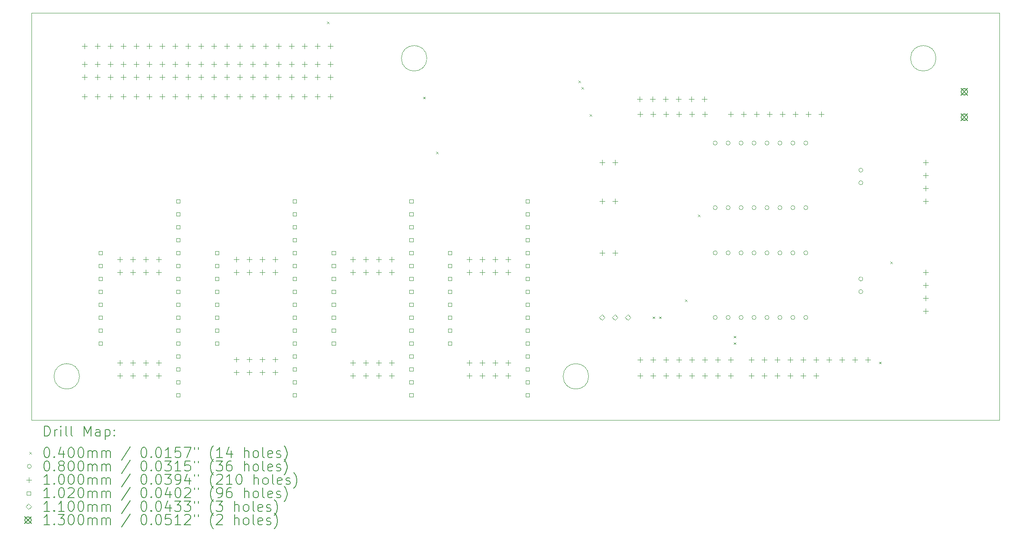
<source format=gbr>
%TF.GenerationSoftware,KiCad,Pcbnew,(6.0.10)*%
%TF.CreationDate,2025-04-12T23:07:58+02:00*%
%TF.ProjectId,pcb_shield,7063625f-7368-4696-956c-642e6b696361,1.0*%
%TF.SameCoordinates,Original*%
%TF.FileFunction,Drillmap*%
%TF.FilePolarity,Positive*%
%FSLAX45Y45*%
G04 Gerber Fmt 4.5, Leading zero omitted, Abs format (unit mm)*
G04 Created by KiCad (PCBNEW (6.0.10)) date 2025-04-12 23:07:58*
%MOMM*%
%LPD*%
G01*
G04 APERTURE LIST*
%ADD10C,0.100000*%
%ADD11C,0.200000*%
%ADD12C,0.040000*%
%ADD13C,0.080000*%
%ADD14C,0.102000*%
%ADD15C,0.110000*%
%ADD16C,0.130000*%
G04 APERTURE END LIST*
D10*
X13834500Y-5954900D02*
G75*
G03*
X13834500Y-5954900I-250000J0D01*
G01*
X7015600Y-12204900D02*
G75*
G03*
X7015600Y-12204900I-250000J0D01*
G01*
X17009300Y-12204900D02*
G75*
G03*
X17009300Y-12204900I-250000J0D01*
G01*
X23828200Y-5954900D02*
G75*
G03*
X23828200Y-5954900I-250000J0D01*
G01*
X6075800Y-5065300D02*
X25075800Y-5065300D01*
X25075800Y-5065300D02*
X25075800Y-13065300D01*
X25075800Y-13065300D02*
X6075800Y-13065300D01*
X6075800Y-13065300D02*
X6075800Y-5065300D01*
D11*
D12*
X11872800Y-5235800D02*
X11912800Y-5275800D01*
X11912800Y-5235800D02*
X11872800Y-5275800D01*
X13759500Y-6711000D02*
X13799500Y-6751000D01*
X13799500Y-6711000D02*
X13759500Y-6751000D01*
X14013500Y-7790500D02*
X14053500Y-7830500D01*
X14053500Y-7790500D02*
X14013500Y-7830500D01*
X16807500Y-6393500D02*
X16847500Y-6433500D01*
X16847500Y-6393500D02*
X16807500Y-6433500D01*
X16871000Y-6520500D02*
X16911000Y-6560500D01*
X16911000Y-6520500D02*
X16871000Y-6560500D01*
X17030000Y-7052000D02*
X17070000Y-7092000D01*
X17070000Y-7052000D02*
X17030000Y-7092000D01*
X18268000Y-11029000D02*
X18308000Y-11069000D01*
X18308000Y-11029000D02*
X18268000Y-11069000D01*
X18395000Y-11029000D02*
X18435000Y-11069000D01*
X18435000Y-11029000D02*
X18395000Y-11069000D01*
X18903000Y-10696800D02*
X18943000Y-10736800D01*
X18943000Y-10696800D02*
X18903000Y-10736800D01*
X19157000Y-9027500D02*
X19197000Y-9067500D01*
X19197000Y-9027500D02*
X19157000Y-9067500D01*
X19855500Y-11410000D02*
X19895500Y-11450000D01*
X19895500Y-11410000D02*
X19855500Y-11450000D01*
X19855500Y-11537000D02*
X19895500Y-11577000D01*
X19895500Y-11537000D02*
X19855500Y-11577000D01*
X22713000Y-11918000D02*
X22753000Y-11958000D01*
X22753000Y-11918000D02*
X22713000Y-11958000D01*
X22934500Y-9947500D02*
X22974500Y-9987500D01*
X22974500Y-9947500D02*
X22934500Y-9987500D01*
D13*
X19534500Y-7620000D02*
G75*
G03*
X19534500Y-7620000I-40000J0D01*
G01*
X19534500Y-8890000D02*
G75*
G03*
X19534500Y-8890000I-40000J0D01*
G01*
X19534500Y-9778000D02*
G75*
G03*
X19534500Y-9778000I-40000J0D01*
G01*
X19534500Y-11048000D02*
G75*
G03*
X19534500Y-11048000I-40000J0D01*
G01*
X19788500Y-7620000D02*
G75*
G03*
X19788500Y-7620000I-40000J0D01*
G01*
X19788500Y-8890000D02*
G75*
G03*
X19788500Y-8890000I-40000J0D01*
G01*
X19788500Y-9778000D02*
G75*
G03*
X19788500Y-9778000I-40000J0D01*
G01*
X19788500Y-11048000D02*
G75*
G03*
X19788500Y-11048000I-40000J0D01*
G01*
X20042500Y-7620000D02*
G75*
G03*
X20042500Y-7620000I-40000J0D01*
G01*
X20042500Y-8890000D02*
G75*
G03*
X20042500Y-8890000I-40000J0D01*
G01*
X20042500Y-9778000D02*
G75*
G03*
X20042500Y-9778000I-40000J0D01*
G01*
X20042500Y-11048000D02*
G75*
G03*
X20042500Y-11048000I-40000J0D01*
G01*
X20296500Y-7620000D02*
G75*
G03*
X20296500Y-7620000I-40000J0D01*
G01*
X20296500Y-8890000D02*
G75*
G03*
X20296500Y-8890000I-40000J0D01*
G01*
X20296500Y-9778000D02*
G75*
G03*
X20296500Y-9778000I-40000J0D01*
G01*
X20296500Y-11048000D02*
G75*
G03*
X20296500Y-11048000I-40000J0D01*
G01*
X20550500Y-7620000D02*
G75*
G03*
X20550500Y-7620000I-40000J0D01*
G01*
X20550500Y-8890000D02*
G75*
G03*
X20550500Y-8890000I-40000J0D01*
G01*
X20550500Y-9778000D02*
G75*
G03*
X20550500Y-9778000I-40000J0D01*
G01*
X20550500Y-11048000D02*
G75*
G03*
X20550500Y-11048000I-40000J0D01*
G01*
X20804500Y-7620000D02*
G75*
G03*
X20804500Y-7620000I-40000J0D01*
G01*
X20804500Y-8890000D02*
G75*
G03*
X20804500Y-8890000I-40000J0D01*
G01*
X20804500Y-9778000D02*
G75*
G03*
X20804500Y-9778000I-40000J0D01*
G01*
X20804500Y-11048000D02*
G75*
G03*
X20804500Y-11048000I-40000J0D01*
G01*
X21058500Y-7620000D02*
G75*
G03*
X21058500Y-7620000I-40000J0D01*
G01*
X21058500Y-8890000D02*
G75*
G03*
X21058500Y-8890000I-40000J0D01*
G01*
X21058500Y-9778000D02*
G75*
G03*
X21058500Y-9778000I-40000J0D01*
G01*
X21058500Y-11048000D02*
G75*
G03*
X21058500Y-11048000I-40000J0D01*
G01*
X21312500Y-7620000D02*
G75*
G03*
X21312500Y-7620000I-40000J0D01*
G01*
X21312500Y-8890000D02*
G75*
G03*
X21312500Y-8890000I-40000J0D01*
G01*
X21312500Y-9778000D02*
G75*
G03*
X21312500Y-9778000I-40000J0D01*
G01*
X21312500Y-11048000D02*
G75*
G03*
X21312500Y-11048000I-40000J0D01*
G01*
X22392000Y-8152000D02*
G75*
G03*
X22392000Y-8152000I-40000J0D01*
G01*
X22392000Y-8402000D02*
G75*
G03*
X22392000Y-8402000I-40000J0D01*
G01*
X22392000Y-10291000D02*
G75*
G03*
X22392000Y-10291000I-40000J0D01*
G01*
X22392000Y-10541000D02*
G75*
G03*
X22392000Y-10541000I-40000J0D01*
G01*
D10*
X7112000Y-5665000D02*
X7112000Y-5765000D01*
X7062000Y-5715000D02*
X7162000Y-5715000D01*
X7112000Y-6020600D02*
X7112000Y-6120600D01*
X7062000Y-6070600D02*
X7162000Y-6070600D01*
X7112000Y-6274600D02*
X7112000Y-6374600D01*
X7062000Y-6324600D02*
X7162000Y-6324600D01*
X7112000Y-6658100D02*
X7112000Y-6758100D01*
X7062000Y-6708100D02*
X7162000Y-6708100D01*
X7366000Y-5665000D02*
X7366000Y-5765000D01*
X7316000Y-5715000D02*
X7416000Y-5715000D01*
X7366000Y-6020600D02*
X7366000Y-6120600D01*
X7316000Y-6070600D02*
X7416000Y-6070600D01*
X7366000Y-6274600D02*
X7366000Y-6374600D01*
X7316000Y-6324600D02*
X7416000Y-6324600D01*
X7366000Y-6658100D02*
X7366000Y-6758100D01*
X7316000Y-6708100D02*
X7416000Y-6708100D01*
X7620000Y-5665000D02*
X7620000Y-5765000D01*
X7570000Y-5715000D02*
X7670000Y-5715000D01*
X7620000Y-6020600D02*
X7620000Y-6120600D01*
X7570000Y-6070600D02*
X7670000Y-6070600D01*
X7620000Y-6274600D02*
X7620000Y-6374600D01*
X7570000Y-6324600D02*
X7670000Y-6324600D01*
X7620000Y-6658100D02*
X7620000Y-6758100D01*
X7570000Y-6708100D02*
X7670000Y-6708100D01*
X7811500Y-9856500D02*
X7811500Y-9956500D01*
X7761500Y-9906500D02*
X7861500Y-9906500D01*
X7811500Y-10110500D02*
X7811500Y-10210500D01*
X7761500Y-10160500D02*
X7861500Y-10160500D01*
X7811500Y-11888500D02*
X7811500Y-11988500D01*
X7761500Y-11938500D02*
X7861500Y-11938500D01*
X7811500Y-12142500D02*
X7811500Y-12242500D01*
X7761500Y-12192500D02*
X7861500Y-12192500D01*
X7874000Y-5665000D02*
X7874000Y-5765000D01*
X7824000Y-5715000D02*
X7924000Y-5715000D01*
X7874000Y-6020600D02*
X7874000Y-6120600D01*
X7824000Y-6070600D02*
X7924000Y-6070600D01*
X7874000Y-6274600D02*
X7874000Y-6374600D01*
X7824000Y-6324600D02*
X7924000Y-6324600D01*
X7874000Y-6658100D02*
X7874000Y-6758100D01*
X7824000Y-6708100D02*
X7924000Y-6708100D01*
X8065500Y-9856500D02*
X8065500Y-9956500D01*
X8015500Y-9906500D02*
X8115500Y-9906500D01*
X8065500Y-10110500D02*
X8065500Y-10210500D01*
X8015500Y-10160500D02*
X8115500Y-10160500D01*
X8065500Y-11888500D02*
X8065500Y-11988500D01*
X8015500Y-11938500D02*
X8115500Y-11938500D01*
X8065500Y-12142500D02*
X8065500Y-12242500D01*
X8015500Y-12192500D02*
X8115500Y-12192500D01*
X8128000Y-5665000D02*
X8128000Y-5765000D01*
X8078000Y-5715000D02*
X8178000Y-5715000D01*
X8128000Y-6020600D02*
X8128000Y-6120600D01*
X8078000Y-6070600D02*
X8178000Y-6070600D01*
X8128000Y-6274600D02*
X8128000Y-6374600D01*
X8078000Y-6324600D02*
X8178000Y-6324600D01*
X8128000Y-6658100D02*
X8128000Y-6758100D01*
X8078000Y-6708100D02*
X8178000Y-6708100D01*
X8319500Y-9856500D02*
X8319500Y-9956500D01*
X8269500Y-9906500D02*
X8369500Y-9906500D01*
X8319500Y-10110500D02*
X8319500Y-10210500D01*
X8269500Y-10160500D02*
X8369500Y-10160500D01*
X8319500Y-11888500D02*
X8319500Y-11988500D01*
X8269500Y-11938500D02*
X8369500Y-11938500D01*
X8319500Y-12142500D02*
X8319500Y-12242500D01*
X8269500Y-12192500D02*
X8369500Y-12192500D01*
X8382000Y-5665000D02*
X8382000Y-5765000D01*
X8332000Y-5715000D02*
X8432000Y-5715000D01*
X8382000Y-6020600D02*
X8382000Y-6120600D01*
X8332000Y-6070600D02*
X8432000Y-6070600D01*
X8382000Y-6274600D02*
X8382000Y-6374600D01*
X8332000Y-6324600D02*
X8432000Y-6324600D01*
X8382000Y-6658100D02*
X8382000Y-6758100D01*
X8332000Y-6708100D02*
X8432000Y-6708100D01*
X8573500Y-9856500D02*
X8573500Y-9956500D01*
X8523500Y-9906500D02*
X8623500Y-9906500D01*
X8573500Y-10110500D02*
X8573500Y-10210500D01*
X8523500Y-10160500D02*
X8623500Y-10160500D01*
X8573500Y-11888500D02*
X8573500Y-11988500D01*
X8523500Y-11938500D02*
X8623500Y-11938500D01*
X8573500Y-12142500D02*
X8573500Y-12242500D01*
X8523500Y-12192500D02*
X8623500Y-12192500D01*
X8636000Y-5665000D02*
X8636000Y-5765000D01*
X8586000Y-5715000D02*
X8686000Y-5715000D01*
X8636000Y-6020600D02*
X8636000Y-6120600D01*
X8586000Y-6070600D02*
X8686000Y-6070600D01*
X8636000Y-6274600D02*
X8636000Y-6374600D01*
X8586000Y-6324600D02*
X8686000Y-6324600D01*
X8636000Y-6658100D02*
X8636000Y-6758100D01*
X8586000Y-6708100D02*
X8686000Y-6708100D01*
X8890000Y-5665000D02*
X8890000Y-5765000D01*
X8840000Y-5715000D02*
X8940000Y-5715000D01*
X8890000Y-6020600D02*
X8890000Y-6120600D01*
X8840000Y-6070600D02*
X8940000Y-6070600D01*
X8890000Y-6274600D02*
X8890000Y-6374600D01*
X8840000Y-6324600D02*
X8940000Y-6324600D01*
X8890000Y-6658100D02*
X8890000Y-6758100D01*
X8840000Y-6708100D02*
X8940000Y-6708100D01*
X9144000Y-5665000D02*
X9144000Y-5765000D01*
X9094000Y-5715000D02*
X9194000Y-5715000D01*
X9144000Y-6020600D02*
X9144000Y-6120600D01*
X9094000Y-6070600D02*
X9194000Y-6070600D01*
X9144000Y-6274600D02*
X9144000Y-6374600D01*
X9094000Y-6324600D02*
X9194000Y-6324600D01*
X9144000Y-6658100D02*
X9144000Y-6758100D01*
X9094000Y-6708100D02*
X9194000Y-6708100D01*
X9398000Y-5665000D02*
X9398000Y-5765000D01*
X9348000Y-5715000D02*
X9448000Y-5715000D01*
X9398000Y-6020600D02*
X9398000Y-6120600D01*
X9348000Y-6070600D02*
X9448000Y-6070600D01*
X9398000Y-6274600D02*
X9398000Y-6374600D01*
X9348000Y-6324600D02*
X9448000Y-6324600D01*
X9398000Y-6658100D02*
X9398000Y-6758100D01*
X9348000Y-6708100D02*
X9448000Y-6708100D01*
X9652000Y-5665000D02*
X9652000Y-5765000D01*
X9602000Y-5715000D02*
X9702000Y-5715000D01*
X9652000Y-6020600D02*
X9652000Y-6120600D01*
X9602000Y-6070600D02*
X9702000Y-6070600D01*
X9652000Y-6274600D02*
X9652000Y-6374600D01*
X9602000Y-6324600D02*
X9702000Y-6324600D01*
X9652000Y-6658100D02*
X9652000Y-6758100D01*
X9602000Y-6708100D02*
X9702000Y-6708100D01*
X9906000Y-5665000D02*
X9906000Y-5765000D01*
X9856000Y-5715000D02*
X9956000Y-5715000D01*
X9906000Y-6020600D02*
X9906000Y-6120600D01*
X9856000Y-6070600D02*
X9956000Y-6070600D01*
X9906000Y-6274600D02*
X9906000Y-6374600D01*
X9856000Y-6324600D02*
X9956000Y-6324600D01*
X9906000Y-6658100D02*
X9906000Y-6758100D01*
X9856000Y-6708100D02*
X9956000Y-6708100D01*
X10097500Y-9856000D02*
X10097500Y-9956000D01*
X10047500Y-9906000D02*
X10147500Y-9906000D01*
X10097500Y-10110000D02*
X10097500Y-10210000D01*
X10047500Y-10160000D02*
X10147500Y-10160000D01*
X10097500Y-11825000D02*
X10097500Y-11925000D01*
X10047500Y-11875000D02*
X10147500Y-11875000D01*
X10097500Y-12079000D02*
X10097500Y-12179000D01*
X10047500Y-12129000D02*
X10147500Y-12129000D01*
X10160000Y-5665000D02*
X10160000Y-5765000D01*
X10110000Y-5715000D02*
X10210000Y-5715000D01*
X10160000Y-6020600D02*
X10160000Y-6120600D01*
X10110000Y-6070600D02*
X10210000Y-6070600D01*
X10160000Y-6274600D02*
X10160000Y-6374600D01*
X10110000Y-6324600D02*
X10210000Y-6324600D01*
X10160000Y-6658100D02*
X10160000Y-6758100D01*
X10110000Y-6708100D02*
X10210000Y-6708100D01*
X10351500Y-9856000D02*
X10351500Y-9956000D01*
X10301500Y-9906000D02*
X10401500Y-9906000D01*
X10351500Y-10110000D02*
X10351500Y-10210000D01*
X10301500Y-10160000D02*
X10401500Y-10160000D01*
X10351500Y-11825000D02*
X10351500Y-11925000D01*
X10301500Y-11875000D02*
X10401500Y-11875000D01*
X10351500Y-12079000D02*
X10351500Y-12179000D01*
X10301500Y-12129000D02*
X10401500Y-12129000D01*
X10414000Y-5665000D02*
X10414000Y-5765000D01*
X10364000Y-5715000D02*
X10464000Y-5715000D01*
X10414000Y-6020600D02*
X10414000Y-6120600D01*
X10364000Y-6070600D02*
X10464000Y-6070600D01*
X10414000Y-6274600D02*
X10414000Y-6374600D01*
X10364000Y-6324600D02*
X10464000Y-6324600D01*
X10414000Y-6658100D02*
X10414000Y-6758100D01*
X10364000Y-6708100D02*
X10464000Y-6708100D01*
X10605500Y-9856000D02*
X10605500Y-9956000D01*
X10555500Y-9906000D02*
X10655500Y-9906000D01*
X10605500Y-10110000D02*
X10605500Y-10210000D01*
X10555500Y-10160000D02*
X10655500Y-10160000D01*
X10605500Y-11825000D02*
X10605500Y-11925000D01*
X10555500Y-11875000D02*
X10655500Y-11875000D01*
X10605500Y-12079000D02*
X10605500Y-12179000D01*
X10555500Y-12129000D02*
X10655500Y-12129000D01*
X10668000Y-5665000D02*
X10668000Y-5765000D01*
X10618000Y-5715000D02*
X10718000Y-5715000D01*
X10668000Y-6020600D02*
X10668000Y-6120600D01*
X10618000Y-6070600D02*
X10718000Y-6070600D01*
X10668000Y-6274600D02*
X10668000Y-6374600D01*
X10618000Y-6324600D02*
X10718000Y-6324600D01*
X10668000Y-6658100D02*
X10668000Y-6758100D01*
X10618000Y-6708100D02*
X10718000Y-6708100D01*
X10859500Y-9856000D02*
X10859500Y-9956000D01*
X10809500Y-9906000D02*
X10909500Y-9906000D01*
X10859500Y-10110000D02*
X10859500Y-10210000D01*
X10809500Y-10160000D02*
X10909500Y-10160000D01*
X10859500Y-11825000D02*
X10859500Y-11925000D01*
X10809500Y-11875000D02*
X10909500Y-11875000D01*
X10859500Y-12079000D02*
X10859500Y-12179000D01*
X10809500Y-12129000D02*
X10909500Y-12129000D01*
X10922000Y-5665000D02*
X10922000Y-5765000D01*
X10872000Y-5715000D02*
X10972000Y-5715000D01*
X10922000Y-6020600D02*
X10922000Y-6120600D01*
X10872000Y-6070600D02*
X10972000Y-6070600D01*
X10922000Y-6274600D02*
X10922000Y-6374600D01*
X10872000Y-6324600D02*
X10972000Y-6324600D01*
X10922000Y-6658100D02*
X10922000Y-6758100D01*
X10872000Y-6708100D02*
X10972000Y-6708100D01*
X11176000Y-5665000D02*
X11176000Y-5765000D01*
X11126000Y-5715000D02*
X11226000Y-5715000D01*
X11176000Y-6020600D02*
X11176000Y-6120600D01*
X11126000Y-6070600D02*
X11226000Y-6070600D01*
X11176000Y-6274600D02*
X11176000Y-6374600D01*
X11126000Y-6324600D02*
X11226000Y-6324600D01*
X11176000Y-6658100D02*
X11176000Y-6758100D01*
X11126000Y-6708100D02*
X11226000Y-6708100D01*
X11430000Y-5665000D02*
X11430000Y-5765000D01*
X11380000Y-5715000D02*
X11480000Y-5715000D01*
X11430000Y-6020600D02*
X11430000Y-6120600D01*
X11380000Y-6070600D02*
X11480000Y-6070600D01*
X11430000Y-6274600D02*
X11430000Y-6374600D01*
X11380000Y-6324600D02*
X11480000Y-6324600D01*
X11430000Y-6658100D02*
X11430000Y-6758100D01*
X11380000Y-6708100D02*
X11480000Y-6708100D01*
X11684000Y-5665000D02*
X11684000Y-5765000D01*
X11634000Y-5715000D02*
X11734000Y-5715000D01*
X11684000Y-6020600D02*
X11684000Y-6120600D01*
X11634000Y-6070600D02*
X11734000Y-6070600D01*
X11684000Y-6274600D02*
X11684000Y-6374600D01*
X11634000Y-6324600D02*
X11734000Y-6324600D01*
X11684000Y-6658100D02*
X11684000Y-6758100D01*
X11634000Y-6708100D02*
X11734000Y-6708100D01*
X11938000Y-5665000D02*
X11938000Y-5765000D01*
X11888000Y-5715000D02*
X11988000Y-5715000D01*
X11938000Y-6020600D02*
X11938000Y-6120600D01*
X11888000Y-6070600D02*
X11988000Y-6070600D01*
X11938000Y-6274600D02*
X11938000Y-6374600D01*
X11888000Y-6324600D02*
X11988000Y-6324600D01*
X11938000Y-6658100D02*
X11938000Y-6758100D01*
X11888000Y-6708100D02*
X11988000Y-6708100D01*
X12382500Y-9859000D02*
X12382500Y-9959000D01*
X12332500Y-9909000D02*
X12432500Y-9909000D01*
X12382500Y-10113000D02*
X12382500Y-10213000D01*
X12332500Y-10163000D02*
X12432500Y-10163000D01*
X12383500Y-11888000D02*
X12383500Y-11988000D01*
X12333500Y-11938000D02*
X12433500Y-11938000D01*
X12383500Y-12142000D02*
X12383500Y-12242000D01*
X12333500Y-12192000D02*
X12433500Y-12192000D01*
X12636500Y-9859000D02*
X12636500Y-9959000D01*
X12586500Y-9909000D02*
X12686500Y-9909000D01*
X12636500Y-10113000D02*
X12636500Y-10213000D01*
X12586500Y-10163000D02*
X12686500Y-10163000D01*
X12637500Y-11888000D02*
X12637500Y-11988000D01*
X12587500Y-11938000D02*
X12687500Y-11938000D01*
X12637500Y-12142000D02*
X12637500Y-12242000D01*
X12587500Y-12192000D02*
X12687500Y-12192000D01*
X12890500Y-9859000D02*
X12890500Y-9959000D01*
X12840500Y-9909000D02*
X12940500Y-9909000D01*
X12890500Y-10113000D02*
X12890500Y-10213000D01*
X12840500Y-10163000D02*
X12940500Y-10163000D01*
X12891500Y-11888000D02*
X12891500Y-11988000D01*
X12841500Y-11938000D02*
X12941500Y-11938000D01*
X12891500Y-12142000D02*
X12891500Y-12242000D01*
X12841500Y-12192000D02*
X12941500Y-12192000D01*
X13144500Y-9859000D02*
X13144500Y-9959000D01*
X13094500Y-9909000D02*
X13194500Y-9909000D01*
X13144500Y-10113000D02*
X13144500Y-10213000D01*
X13094500Y-10163000D02*
X13194500Y-10163000D01*
X13145500Y-11888000D02*
X13145500Y-11988000D01*
X13095500Y-11938000D02*
X13195500Y-11938000D01*
X13145500Y-12142000D02*
X13145500Y-12242000D01*
X13095500Y-12192000D02*
X13195500Y-12192000D01*
X14668500Y-9856000D02*
X14668500Y-9956000D01*
X14618500Y-9906000D02*
X14718500Y-9906000D01*
X14668500Y-10110000D02*
X14668500Y-10210000D01*
X14618500Y-10160000D02*
X14718500Y-10160000D01*
X14668500Y-11888000D02*
X14668500Y-11988000D01*
X14618500Y-11938000D02*
X14718500Y-11938000D01*
X14668500Y-12142000D02*
X14668500Y-12242000D01*
X14618500Y-12192000D02*
X14718500Y-12192000D01*
X14922500Y-9856000D02*
X14922500Y-9956000D01*
X14872500Y-9906000D02*
X14972500Y-9906000D01*
X14922500Y-10110000D02*
X14922500Y-10210000D01*
X14872500Y-10160000D02*
X14972500Y-10160000D01*
X14922500Y-11888000D02*
X14922500Y-11988000D01*
X14872500Y-11938000D02*
X14972500Y-11938000D01*
X14922500Y-12142000D02*
X14922500Y-12242000D01*
X14872500Y-12192000D02*
X14972500Y-12192000D01*
X15176500Y-9856000D02*
X15176500Y-9956000D01*
X15126500Y-9906000D02*
X15226500Y-9906000D01*
X15176500Y-10110000D02*
X15176500Y-10210000D01*
X15126500Y-10160000D02*
X15226500Y-10160000D01*
X15176500Y-11888000D02*
X15176500Y-11988000D01*
X15126500Y-11938000D02*
X15226500Y-11938000D01*
X15176500Y-12142000D02*
X15176500Y-12242000D01*
X15126500Y-12192000D02*
X15226500Y-12192000D01*
X15430500Y-9856000D02*
X15430500Y-9956000D01*
X15380500Y-9906000D02*
X15480500Y-9906000D01*
X15430500Y-10110000D02*
X15430500Y-10210000D01*
X15380500Y-10160000D02*
X15480500Y-10160000D01*
X15430500Y-11888000D02*
X15430500Y-11988000D01*
X15380500Y-11938000D02*
X15480500Y-11938000D01*
X15430500Y-12142000D02*
X15430500Y-12242000D01*
X15380500Y-12192000D02*
X15480500Y-12192000D01*
X17272000Y-7951000D02*
X17272000Y-8051000D01*
X17222000Y-8001000D02*
X17322000Y-8001000D01*
X17272000Y-8713000D02*
X17272000Y-8813000D01*
X17222000Y-8763000D02*
X17322000Y-8763000D01*
X17272000Y-9729000D02*
X17272000Y-9829000D01*
X17222000Y-9779000D02*
X17322000Y-9779000D01*
X17526000Y-7951000D02*
X17526000Y-8051000D01*
X17476000Y-8001000D02*
X17576000Y-8001000D01*
X17526000Y-8713000D02*
X17526000Y-8813000D01*
X17476000Y-8763000D02*
X17576000Y-8763000D01*
X17526000Y-9729000D02*
X17526000Y-9829000D01*
X17476000Y-9779000D02*
X17576000Y-9779000D01*
X18014000Y-6706400D02*
X18014000Y-6806400D01*
X17964000Y-6756400D02*
X18064000Y-6756400D01*
X18019000Y-7002000D02*
X18019000Y-7102000D01*
X17969000Y-7052000D02*
X18069000Y-7052000D01*
X18019000Y-11828000D02*
X18019000Y-11928000D01*
X17969000Y-11878000D02*
X18069000Y-11878000D01*
X18019000Y-12142000D02*
X18019000Y-12242000D01*
X17969000Y-12192000D02*
X18069000Y-12192000D01*
X18268000Y-6706400D02*
X18268000Y-6806400D01*
X18218000Y-6756400D02*
X18318000Y-6756400D01*
X18273000Y-7002000D02*
X18273000Y-7102000D01*
X18223000Y-7052000D02*
X18323000Y-7052000D01*
X18273000Y-11828000D02*
X18273000Y-11928000D01*
X18223000Y-11878000D02*
X18323000Y-11878000D01*
X18273000Y-12142000D02*
X18273000Y-12242000D01*
X18223000Y-12192000D02*
X18323000Y-12192000D01*
X18522000Y-6706400D02*
X18522000Y-6806400D01*
X18472000Y-6756400D02*
X18572000Y-6756400D01*
X18527000Y-7002000D02*
X18527000Y-7102000D01*
X18477000Y-7052000D02*
X18577000Y-7052000D01*
X18527000Y-11828000D02*
X18527000Y-11928000D01*
X18477000Y-11878000D02*
X18577000Y-11878000D01*
X18527000Y-12142000D02*
X18527000Y-12242000D01*
X18477000Y-12192000D02*
X18577000Y-12192000D01*
X18776000Y-6706400D02*
X18776000Y-6806400D01*
X18726000Y-6756400D02*
X18826000Y-6756400D01*
X18781000Y-7002000D02*
X18781000Y-7102000D01*
X18731000Y-7052000D02*
X18831000Y-7052000D01*
X18781000Y-11828000D02*
X18781000Y-11928000D01*
X18731000Y-11878000D02*
X18831000Y-11878000D01*
X18781000Y-12142000D02*
X18781000Y-12242000D01*
X18731000Y-12192000D02*
X18831000Y-12192000D01*
X19030000Y-6706400D02*
X19030000Y-6806400D01*
X18980000Y-6756400D02*
X19080000Y-6756400D01*
X19035000Y-7002000D02*
X19035000Y-7102000D01*
X18985000Y-7052000D02*
X19085000Y-7052000D01*
X19035000Y-11828000D02*
X19035000Y-11928000D01*
X18985000Y-11878000D02*
X19085000Y-11878000D01*
X19035000Y-12142000D02*
X19035000Y-12242000D01*
X18985000Y-12192000D02*
X19085000Y-12192000D01*
X19284000Y-6706400D02*
X19284000Y-6806400D01*
X19234000Y-6756400D02*
X19334000Y-6756400D01*
X19289000Y-7002000D02*
X19289000Y-7102000D01*
X19239000Y-7052000D02*
X19339000Y-7052000D01*
X19289000Y-11828000D02*
X19289000Y-11928000D01*
X19239000Y-11878000D02*
X19339000Y-11878000D01*
X19289000Y-12142000D02*
X19289000Y-12242000D01*
X19239000Y-12192000D02*
X19339000Y-12192000D01*
X19543000Y-11828000D02*
X19543000Y-11928000D01*
X19493000Y-11878000D02*
X19593000Y-11878000D01*
X19543000Y-12142000D02*
X19543000Y-12242000D01*
X19493000Y-12192000D02*
X19593000Y-12192000D01*
X19797000Y-7002000D02*
X19797000Y-7102000D01*
X19747000Y-7052000D02*
X19847000Y-7052000D01*
X19797000Y-11828000D02*
X19797000Y-11928000D01*
X19747000Y-11878000D02*
X19847000Y-11878000D01*
X19797000Y-12142000D02*
X19797000Y-12242000D01*
X19747000Y-12192000D02*
X19847000Y-12192000D01*
X20051000Y-7002000D02*
X20051000Y-7102000D01*
X20001000Y-7052000D02*
X20101000Y-7052000D01*
X20203000Y-11828000D02*
X20203000Y-11928000D01*
X20153000Y-11878000D02*
X20253000Y-11878000D01*
X20203000Y-12142000D02*
X20203000Y-12242000D01*
X20153000Y-12192000D02*
X20253000Y-12192000D01*
X20305000Y-7002000D02*
X20305000Y-7102000D01*
X20255000Y-7052000D02*
X20355000Y-7052000D01*
X20457000Y-11828000D02*
X20457000Y-11928000D01*
X20407000Y-11878000D02*
X20507000Y-11878000D01*
X20457000Y-12142000D02*
X20457000Y-12242000D01*
X20407000Y-12192000D02*
X20507000Y-12192000D01*
X20559000Y-7002000D02*
X20559000Y-7102000D01*
X20509000Y-7052000D02*
X20609000Y-7052000D01*
X20711000Y-11828000D02*
X20711000Y-11928000D01*
X20661000Y-11878000D02*
X20761000Y-11878000D01*
X20711000Y-12142000D02*
X20711000Y-12242000D01*
X20661000Y-12192000D02*
X20761000Y-12192000D01*
X20813000Y-7002000D02*
X20813000Y-7102000D01*
X20763000Y-7052000D02*
X20863000Y-7052000D01*
X20965000Y-11828000D02*
X20965000Y-11928000D01*
X20915000Y-11878000D02*
X21015000Y-11878000D01*
X20965000Y-12142000D02*
X20965000Y-12242000D01*
X20915000Y-12192000D02*
X21015000Y-12192000D01*
X21067000Y-7002000D02*
X21067000Y-7102000D01*
X21017000Y-7052000D02*
X21117000Y-7052000D01*
X21219000Y-11828000D02*
X21219000Y-11928000D01*
X21169000Y-11878000D02*
X21269000Y-11878000D01*
X21219000Y-12142000D02*
X21219000Y-12242000D01*
X21169000Y-12192000D02*
X21269000Y-12192000D01*
X21321000Y-7002000D02*
X21321000Y-7102000D01*
X21271000Y-7052000D02*
X21371000Y-7052000D01*
X21473000Y-11828000D02*
X21473000Y-11928000D01*
X21423000Y-11878000D02*
X21523000Y-11878000D01*
X21473000Y-12142000D02*
X21473000Y-12242000D01*
X21423000Y-12192000D02*
X21523000Y-12192000D01*
X21575000Y-7002000D02*
X21575000Y-7102000D01*
X21525000Y-7052000D02*
X21625000Y-7052000D01*
X21727000Y-11828000D02*
X21727000Y-11928000D01*
X21677000Y-11878000D02*
X21777000Y-11878000D01*
X21981000Y-11828000D02*
X21981000Y-11928000D01*
X21931000Y-11878000D02*
X22031000Y-11878000D01*
X22235000Y-11828000D02*
X22235000Y-11928000D01*
X22185000Y-11878000D02*
X22285000Y-11878000D01*
X22489000Y-11828000D02*
X22489000Y-11928000D01*
X22439000Y-11878000D02*
X22539000Y-11878000D01*
X23622000Y-7953000D02*
X23622000Y-8053000D01*
X23572000Y-8003000D02*
X23672000Y-8003000D01*
X23622000Y-8207000D02*
X23622000Y-8307000D01*
X23572000Y-8257000D02*
X23672000Y-8257000D01*
X23622000Y-8461000D02*
X23622000Y-8561000D01*
X23572000Y-8511000D02*
X23672000Y-8511000D01*
X23622000Y-8715000D02*
X23622000Y-8815000D01*
X23572000Y-8765000D02*
X23672000Y-8765000D01*
X23622000Y-10110000D02*
X23622000Y-10210000D01*
X23572000Y-10160000D02*
X23672000Y-10160000D01*
X23622000Y-10364000D02*
X23622000Y-10464000D01*
X23572000Y-10414000D02*
X23672000Y-10414000D01*
X23622000Y-10618000D02*
X23622000Y-10718000D01*
X23572000Y-10668000D02*
X23672000Y-10668000D01*
X23622000Y-10872000D02*
X23622000Y-10972000D01*
X23572000Y-10922000D02*
X23672000Y-10922000D01*
D14*
X7465563Y-9815063D02*
X7465563Y-9742937D01*
X7393437Y-9742937D01*
X7393437Y-9815063D01*
X7465563Y-9815063D01*
X7465563Y-10069063D02*
X7465563Y-9996937D01*
X7393437Y-9996937D01*
X7393437Y-10069063D01*
X7465563Y-10069063D01*
X7465563Y-10323063D02*
X7465563Y-10250937D01*
X7393437Y-10250937D01*
X7393437Y-10323063D01*
X7465563Y-10323063D01*
X7465563Y-10577063D02*
X7465563Y-10504937D01*
X7393437Y-10504937D01*
X7393437Y-10577063D01*
X7465563Y-10577063D01*
X7465563Y-10831063D02*
X7465563Y-10758937D01*
X7393437Y-10758937D01*
X7393437Y-10831063D01*
X7465563Y-10831063D01*
X7465563Y-11085063D02*
X7465563Y-11012937D01*
X7393437Y-11012937D01*
X7393437Y-11085063D01*
X7465563Y-11085063D01*
X7465563Y-11339063D02*
X7465563Y-11266937D01*
X7393437Y-11266937D01*
X7393437Y-11339063D01*
X7465563Y-11339063D01*
X7465563Y-11593063D02*
X7465563Y-11520937D01*
X7393437Y-11520937D01*
X7393437Y-11593063D01*
X7465563Y-11593063D01*
X8989563Y-8799063D02*
X8989563Y-8726937D01*
X8917437Y-8726937D01*
X8917437Y-8799063D01*
X8989563Y-8799063D01*
X8989563Y-9053063D02*
X8989563Y-8980937D01*
X8917437Y-8980937D01*
X8917437Y-9053063D01*
X8989563Y-9053063D01*
X8989563Y-9307063D02*
X8989563Y-9234937D01*
X8917437Y-9234937D01*
X8917437Y-9307063D01*
X8989563Y-9307063D01*
X8989563Y-9561063D02*
X8989563Y-9488937D01*
X8917437Y-9488937D01*
X8917437Y-9561063D01*
X8989563Y-9561063D01*
X8989563Y-9815063D02*
X8989563Y-9742937D01*
X8917437Y-9742937D01*
X8917437Y-9815063D01*
X8989563Y-9815063D01*
X8989563Y-10069063D02*
X8989563Y-9996937D01*
X8917437Y-9996937D01*
X8917437Y-10069063D01*
X8989563Y-10069063D01*
X8989563Y-10323063D02*
X8989563Y-10250937D01*
X8917437Y-10250937D01*
X8917437Y-10323063D01*
X8989563Y-10323063D01*
X8989563Y-10577063D02*
X8989563Y-10504937D01*
X8917437Y-10504937D01*
X8917437Y-10577063D01*
X8989563Y-10577063D01*
X8989563Y-10831063D02*
X8989563Y-10758937D01*
X8917437Y-10758937D01*
X8917437Y-10831063D01*
X8989563Y-10831063D01*
X8989563Y-11085063D02*
X8989563Y-11012937D01*
X8917437Y-11012937D01*
X8917437Y-11085063D01*
X8989563Y-11085063D01*
X8989563Y-11339063D02*
X8989563Y-11266937D01*
X8917437Y-11266937D01*
X8917437Y-11339063D01*
X8989563Y-11339063D01*
X8989563Y-11593063D02*
X8989563Y-11520937D01*
X8917437Y-11520937D01*
X8917437Y-11593063D01*
X8989563Y-11593063D01*
X8989563Y-11847063D02*
X8989563Y-11774937D01*
X8917437Y-11774937D01*
X8917437Y-11847063D01*
X8989563Y-11847063D01*
X8989563Y-12101063D02*
X8989563Y-12028937D01*
X8917437Y-12028937D01*
X8917437Y-12101063D01*
X8989563Y-12101063D01*
X8989563Y-12355063D02*
X8989563Y-12282937D01*
X8917437Y-12282937D01*
X8917437Y-12355063D01*
X8989563Y-12355063D01*
X8989563Y-12609063D02*
X8989563Y-12536937D01*
X8917437Y-12536937D01*
X8917437Y-12609063D01*
X8989563Y-12609063D01*
X9751563Y-9815063D02*
X9751563Y-9742937D01*
X9679437Y-9742937D01*
X9679437Y-9815063D01*
X9751563Y-9815063D01*
X9751563Y-10069063D02*
X9751563Y-9996937D01*
X9679437Y-9996937D01*
X9679437Y-10069063D01*
X9751563Y-10069063D01*
X9751563Y-10323063D02*
X9751563Y-10250937D01*
X9679437Y-10250937D01*
X9679437Y-10323063D01*
X9751563Y-10323063D01*
X9751563Y-10577063D02*
X9751563Y-10504937D01*
X9679437Y-10504937D01*
X9679437Y-10577063D01*
X9751563Y-10577063D01*
X9751563Y-10831063D02*
X9751563Y-10758937D01*
X9679437Y-10758937D01*
X9679437Y-10831063D01*
X9751563Y-10831063D01*
X9751563Y-11085063D02*
X9751563Y-11012937D01*
X9679437Y-11012937D01*
X9679437Y-11085063D01*
X9751563Y-11085063D01*
X9751563Y-11339063D02*
X9751563Y-11266937D01*
X9679437Y-11266937D01*
X9679437Y-11339063D01*
X9751563Y-11339063D01*
X9751563Y-11593063D02*
X9751563Y-11520937D01*
X9679437Y-11520937D01*
X9679437Y-11593063D01*
X9751563Y-11593063D01*
X11275563Y-8799063D02*
X11275563Y-8726937D01*
X11203437Y-8726937D01*
X11203437Y-8799063D01*
X11275563Y-8799063D01*
X11275563Y-9053063D02*
X11275563Y-8980937D01*
X11203437Y-8980937D01*
X11203437Y-9053063D01*
X11275563Y-9053063D01*
X11275563Y-9307063D02*
X11275563Y-9234937D01*
X11203437Y-9234937D01*
X11203437Y-9307063D01*
X11275563Y-9307063D01*
X11275563Y-9561063D02*
X11275563Y-9488937D01*
X11203437Y-9488937D01*
X11203437Y-9561063D01*
X11275563Y-9561063D01*
X11275563Y-9815063D02*
X11275563Y-9742937D01*
X11203437Y-9742937D01*
X11203437Y-9815063D01*
X11275563Y-9815063D01*
X11275563Y-10069063D02*
X11275563Y-9996937D01*
X11203437Y-9996937D01*
X11203437Y-10069063D01*
X11275563Y-10069063D01*
X11275563Y-10323063D02*
X11275563Y-10250937D01*
X11203437Y-10250937D01*
X11203437Y-10323063D01*
X11275563Y-10323063D01*
X11275563Y-10577063D02*
X11275563Y-10504937D01*
X11203437Y-10504937D01*
X11203437Y-10577063D01*
X11275563Y-10577063D01*
X11275563Y-10831063D02*
X11275563Y-10758937D01*
X11203437Y-10758937D01*
X11203437Y-10831063D01*
X11275563Y-10831063D01*
X11275563Y-11085063D02*
X11275563Y-11012937D01*
X11203437Y-11012937D01*
X11203437Y-11085063D01*
X11275563Y-11085063D01*
X11275563Y-11339063D02*
X11275563Y-11266937D01*
X11203437Y-11266937D01*
X11203437Y-11339063D01*
X11275563Y-11339063D01*
X11275563Y-11593063D02*
X11275563Y-11520937D01*
X11203437Y-11520937D01*
X11203437Y-11593063D01*
X11275563Y-11593063D01*
X11275563Y-11847063D02*
X11275563Y-11774937D01*
X11203437Y-11774937D01*
X11203437Y-11847063D01*
X11275563Y-11847063D01*
X11275563Y-12101063D02*
X11275563Y-12028937D01*
X11203437Y-12028937D01*
X11203437Y-12101063D01*
X11275563Y-12101063D01*
X11275563Y-12355063D02*
X11275563Y-12282937D01*
X11203437Y-12282937D01*
X11203437Y-12355063D01*
X11275563Y-12355063D01*
X11275563Y-12609063D02*
X11275563Y-12536937D01*
X11203437Y-12536937D01*
X11203437Y-12609063D01*
X11275563Y-12609063D01*
X12038563Y-9815563D02*
X12038563Y-9743437D01*
X11966437Y-9743437D01*
X11966437Y-9815563D01*
X12038563Y-9815563D01*
X12038563Y-10069563D02*
X12038563Y-9997437D01*
X11966437Y-9997437D01*
X11966437Y-10069563D01*
X12038563Y-10069563D01*
X12038563Y-10323563D02*
X12038563Y-10251437D01*
X11966437Y-10251437D01*
X11966437Y-10323563D01*
X12038563Y-10323563D01*
X12038563Y-10577563D02*
X12038563Y-10505437D01*
X11966437Y-10505437D01*
X11966437Y-10577563D01*
X12038563Y-10577563D01*
X12038563Y-10831563D02*
X12038563Y-10759437D01*
X11966437Y-10759437D01*
X11966437Y-10831563D01*
X12038563Y-10831563D01*
X12038563Y-11085563D02*
X12038563Y-11013437D01*
X11966437Y-11013437D01*
X11966437Y-11085563D01*
X12038563Y-11085563D01*
X12038563Y-11339563D02*
X12038563Y-11267437D01*
X11966437Y-11267437D01*
X11966437Y-11339563D01*
X12038563Y-11339563D01*
X12038563Y-11593563D02*
X12038563Y-11521437D01*
X11966437Y-11521437D01*
X11966437Y-11593563D01*
X12038563Y-11593563D01*
X13562563Y-8799563D02*
X13562563Y-8727437D01*
X13490437Y-8727437D01*
X13490437Y-8799563D01*
X13562563Y-8799563D01*
X13562563Y-9053563D02*
X13562563Y-8981437D01*
X13490437Y-8981437D01*
X13490437Y-9053563D01*
X13562563Y-9053563D01*
X13562563Y-9307563D02*
X13562563Y-9235437D01*
X13490437Y-9235437D01*
X13490437Y-9307563D01*
X13562563Y-9307563D01*
X13562563Y-9561563D02*
X13562563Y-9489437D01*
X13490437Y-9489437D01*
X13490437Y-9561563D01*
X13562563Y-9561563D01*
X13562563Y-9815563D02*
X13562563Y-9743437D01*
X13490437Y-9743437D01*
X13490437Y-9815563D01*
X13562563Y-9815563D01*
X13562563Y-10069563D02*
X13562563Y-9997437D01*
X13490437Y-9997437D01*
X13490437Y-10069563D01*
X13562563Y-10069563D01*
X13562563Y-10323563D02*
X13562563Y-10251437D01*
X13490437Y-10251437D01*
X13490437Y-10323563D01*
X13562563Y-10323563D01*
X13562563Y-10577563D02*
X13562563Y-10505437D01*
X13490437Y-10505437D01*
X13490437Y-10577563D01*
X13562563Y-10577563D01*
X13562563Y-10831563D02*
X13562563Y-10759437D01*
X13490437Y-10759437D01*
X13490437Y-10831563D01*
X13562563Y-10831563D01*
X13562563Y-11085563D02*
X13562563Y-11013437D01*
X13490437Y-11013437D01*
X13490437Y-11085563D01*
X13562563Y-11085563D01*
X13562563Y-11339563D02*
X13562563Y-11267437D01*
X13490437Y-11267437D01*
X13490437Y-11339563D01*
X13562563Y-11339563D01*
X13562563Y-11593563D02*
X13562563Y-11521437D01*
X13490437Y-11521437D01*
X13490437Y-11593563D01*
X13562563Y-11593563D01*
X13562563Y-11847563D02*
X13562563Y-11775437D01*
X13490437Y-11775437D01*
X13490437Y-11847563D01*
X13562563Y-11847563D01*
X13562563Y-12101563D02*
X13562563Y-12029437D01*
X13490437Y-12029437D01*
X13490437Y-12101563D01*
X13562563Y-12101563D01*
X13562563Y-12355563D02*
X13562563Y-12283437D01*
X13490437Y-12283437D01*
X13490437Y-12355563D01*
X13562563Y-12355563D01*
X13562563Y-12609563D02*
X13562563Y-12537437D01*
X13490437Y-12537437D01*
X13490437Y-12609563D01*
X13562563Y-12609563D01*
X14323563Y-9815063D02*
X14323563Y-9742937D01*
X14251437Y-9742937D01*
X14251437Y-9815063D01*
X14323563Y-9815063D01*
X14323563Y-10069063D02*
X14323563Y-9996937D01*
X14251437Y-9996937D01*
X14251437Y-10069063D01*
X14323563Y-10069063D01*
X14323563Y-10323063D02*
X14323563Y-10250937D01*
X14251437Y-10250937D01*
X14251437Y-10323063D01*
X14323563Y-10323063D01*
X14323563Y-10577063D02*
X14323563Y-10504937D01*
X14251437Y-10504937D01*
X14251437Y-10577063D01*
X14323563Y-10577063D01*
X14323563Y-10831063D02*
X14323563Y-10758937D01*
X14251437Y-10758937D01*
X14251437Y-10831063D01*
X14323563Y-10831063D01*
X14323563Y-11085063D02*
X14323563Y-11012937D01*
X14251437Y-11012937D01*
X14251437Y-11085063D01*
X14323563Y-11085063D01*
X14323563Y-11339063D02*
X14323563Y-11266937D01*
X14251437Y-11266937D01*
X14251437Y-11339063D01*
X14323563Y-11339063D01*
X14323563Y-11593063D02*
X14323563Y-11520937D01*
X14251437Y-11520937D01*
X14251437Y-11593063D01*
X14323563Y-11593063D01*
X15847563Y-8799063D02*
X15847563Y-8726937D01*
X15775437Y-8726937D01*
X15775437Y-8799063D01*
X15847563Y-8799063D01*
X15847563Y-9053063D02*
X15847563Y-8980937D01*
X15775437Y-8980937D01*
X15775437Y-9053063D01*
X15847563Y-9053063D01*
X15847563Y-9307063D02*
X15847563Y-9234937D01*
X15775437Y-9234937D01*
X15775437Y-9307063D01*
X15847563Y-9307063D01*
X15847563Y-9561063D02*
X15847563Y-9488937D01*
X15775437Y-9488937D01*
X15775437Y-9561063D01*
X15847563Y-9561063D01*
X15847563Y-9815063D02*
X15847563Y-9742937D01*
X15775437Y-9742937D01*
X15775437Y-9815063D01*
X15847563Y-9815063D01*
X15847563Y-10069063D02*
X15847563Y-9996937D01*
X15775437Y-9996937D01*
X15775437Y-10069063D01*
X15847563Y-10069063D01*
X15847563Y-10323063D02*
X15847563Y-10250937D01*
X15775437Y-10250937D01*
X15775437Y-10323063D01*
X15847563Y-10323063D01*
X15847563Y-10577063D02*
X15847563Y-10504937D01*
X15775437Y-10504937D01*
X15775437Y-10577063D01*
X15847563Y-10577063D01*
X15847563Y-10831063D02*
X15847563Y-10758937D01*
X15775437Y-10758937D01*
X15775437Y-10831063D01*
X15847563Y-10831063D01*
X15847563Y-11085063D02*
X15847563Y-11012937D01*
X15775437Y-11012937D01*
X15775437Y-11085063D01*
X15847563Y-11085063D01*
X15847563Y-11339063D02*
X15847563Y-11266937D01*
X15775437Y-11266937D01*
X15775437Y-11339063D01*
X15847563Y-11339063D01*
X15847563Y-11593063D02*
X15847563Y-11520937D01*
X15775437Y-11520937D01*
X15775437Y-11593063D01*
X15847563Y-11593063D01*
X15847563Y-11847063D02*
X15847563Y-11774937D01*
X15775437Y-11774937D01*
X15775437Y-11847063D01*
X15847563Y-11847063D01*
X15847563Y-12101063D02*
X15847563Y-12028937D01*
X15775437Y-12028937D01*
X15775437Y-12101063D01*
X15847563Y-12101063D01*
X15847563Y-12355063D02*
X15847563Y-12282937D01*
X15775437Y-12282937D01*
X15775437Y-12355063D01*
X15847563Y-12355063D01*
X15847563Y-12609063D02*
X15847563Y-12536937D01*
X15775437Y-12536937D01*
X15775437Y-12609063D01*
X15847563Y-12609063D01*
D15*
X17272000Y-11104000D02*
X17327000Y-11049000D01*
X17272000Y-10994000D01*
X17217000Y-11049000D01*
X17272000Y-11104000D01*
X17526000Y-11104000D02*
X17581000Y-11049000D01*
X17526000Y-10994000D01*
X17471000Y-11049000D01*
X17526000Y-11104000D01*
X17780000Y-11104000D02*
X17835000Y-11049000D01*
X17780000Y-10994000D01*
X17725000Y-11049000D01*
X17780000Y-11104000D01*
D16*
X24319000Y-6547000D02*
X24449000Y-6677000D01*
X24449000Y-6547000D02*
X24319000Y-6677000D01*
X24449000Y-6612000D02*
G75*
G03*
X24449000Y-6612000I-65000J0D01*
G01*
X24319000Y-7047000D02*
X24449000Y-7177000D01*
X24449000Y-7047000D02*
X24319000Y-7177000D01*
X24449000Y-7112000D02*
G75*
G03*
X24449000Y-7112000I-65000J0D01*
G01*
D11*
X6328419Y-13380776D02*
X6328419Y-13180776D01*
X6376038Y-13180776D01*
X6404609Y-13190300D01*
X6423657Y-13209348D01*
X6433181Y-13228395D01*
X6442705Y-13266490D01*
X6442705Y-13295062D01*
X6433181Y-13333157D01*
X6423657Y-13352205D01*
X6404609Y-13371252D01*
X6376038Y-13380776D01*
X6328419Y-13380776D01*
X6528419Y-13380776D02*
X6528419Y-13247443D01*
X6528419Y-13285538D02*
X6537943Y-13266490D01*
X6547467Y-13256967D01*
X6566514Y-13247443D01*
X6585562Y-13247443D01*
X6652228Y-13380776D02*
X6652228Y-13247443D01*
X6652228Y-13180776D02*
X6642705Y-13190300D01*
X6652228Y-13199824D01*
X6661752Y-13190300D01*
X6652228Y-13180776D01*
X6652228Y-13199824D01*
X6776038Y-13380776D02*
X6756990Y-13371252D01*
X6747467Y-13352205D01*
X6747467Y-13180776D01*
X6880800Y-13380776D02*
X6861752Y-13371252D01*
X6852228Y-13352205D01*
X6852228Y-13180776D01*
X7109371Y-13380776D02*
X7109371Y-13180776D01*
X7176038Y-13323633D01*
X7242705Y-13180776D01*
X7242705Y-13380776D01*
X7423657Y-13380776D02*
X7423657Y-13276014D01*
X7414133Y-13256967D01*
X7395086Y-13247443D01*
X7356990Y-13247443D01*
X7337943Y-13256967D01*
X7423657Y-13371252D02*
X7404609Y-13380776D01*
X7356990Y-13380776D01*
X7337943Y-13371252D01*
X7328419Y-13352205D01*
X7328419Y-13333157D01*
X7337943Y-13314109D01*
X7356990Y-13304586D01*
X7404609Y-13304586D01*
X7423657Y-13295062D01*
X7518895Y-13247443D02*
X7518895Y-13447443D01*
X7518895Y-13256967D02*
X7537943Y-13247443D01*
X7576038Y-13247443D01*
X7595086Y-13256967D01*
X7604609Y-13266490D01*
X7614133Y-13285538D01*
X7614133Y-13342681D01*
X7604609Y-13361728D01*
X7595086Y-13371252D01*
X7576038Y-13380776D01*
X7537943Y-13380776D01*
X7518895Y-13371252D01*
X7699848Y-13361728D02*
X7709371Y-13371252D01*
X7699848Y-13380776D01*
X7690324Y-13371252D01*
X7699848Y-13361728D01*
X7699848Y-13380776D01*
X7699848Y-13256967D02*
X7709371Y-13266490D01*
X7699848Y-13276014D01*
X7690324Y-13266490D01*
X7699848Y-13256967D01*
X7699848Y-13276014D01*
D12*
X6030800Y-13690300D02*
X6070800Y-13730300D01*
X6070800Y-13690300D02*
X6030800Y-13730300D01*
D11*
X6366514Y-13600776D02*
X6385562Y-13600776D01*
X6404609Y-13610300D01*
X6414133Y-13619824D01*
X6423657Y-13638871D01*
X6433181Y-13676967D01*
X6433181Y-13724586D01*
X6423657Y-13762681D01*
X6414133Y-13781728D01*
X6404609Y-13791252D01*
X6385562Y-13800776D01*
X6366514Y-13800776D01*
X6347467Y-13791252D01*
X6337943Y-13781728D01*
X6328419Y-13762681D01*
X6318895Y-13724586D01*
X6318895Y-13676967D01*
X6328419Y-13638871D01*
X6337943Y-13619824D01*
X6347467Y-13610300D01*
X6366514Y-13600776D01*
X6518895Y-13781728D02*
X6528419Y-13791252D01*
X6518895Y-13800776D01*
X6509371Y-13791252D01*
X6518895Y-13781728D01*
X6518895Y-13800776D01*
X6699848Y-13667443D02*
X6699848Y-13800776D01*
X6652228Y-13591252D02*
X6604609Y-13734109D01*
X6728419Y-13734109D01*
X6842705Y-13600776D02*
X6861752Y-13600776D01*
X6880800Y-13610300D01*
X6890324Y-13619824D01*
X6899848Y-13638871D01*
X6909371Y-13676967D01*
X6909371Y-13724586D01*
X6899848Y-13762681D01*
X6890324Y-13781728D01*
X6880800Y-13791252D01*
X6861752Y-13800776D01*
X6842705Y-13800776D01*
X6823657Y-13791252D01*
X6814133Y-13781728D01*
X6804609Y-13762681D01*
X6795086Y-13724586D01*
X6795086Y-13676967D01*
X6804609Y-13638871D01*
X6814133Y-13619824D01*
X6823657Y-13610300D01*
X6842705Y-13600776D01*
X7033181Y-13600776D02*
X7052228Y-13600776D01*
X7071276Y-13610300D01*
X7080800Y-13619824D01*
X7090324Y-13638871D01*
X7099848Y-13676967D01*
X7099848Y-13724586D01*
X7090324Y-13762681D01*
X7080800Y-13781728D01*
X7071276Y-13791252D01*
X7052228Y-13800776D01*
X7033181Y-13800776D01*
X7014133Y-13791252D01*
X7004609Y-13781728D01*
X6995086Y-13762681D01*
X6985562Y-13724586D01*
X6985562Y-13676967D01*
X6995086Y-13638871D01*
X7004609Y-13619824D01*
X7014133Y-13610300D01*
X7033181Y-13600776D01*
X7185562Y-13800776D02*
X7185562Y-13667443D01*
X7185562Y-13686490D02*
X7195086Y-13676967D01*
X7214133Y-13667443D01*
X7242705Y-13667443D01*
X7261752Y-13676967D01*
X7271276Y-13696014D01*
X7271276Y-13800776D01*
X7271276Y-13696014D02*
X7280800Y-13676967D01*
X7299848Y-13667443D01*
X7328419Y-13667443D01*
X7347467Y-13676967D01*
X7356990Y-13696014D01*
X7356990Y-13800776D01*
X7452228Y-13800776D02*
X7452228Y-13667443D01*
X7452228Y-13686490D02*
X7461752Y-13676967D01*
X7480800Y-13667443D01*
X7509371Y-13667443D01*
X7528419Y-13676967D01*
X7537943Y-13696014D01*
X7537943Y-13800776D01*
X7537943Y-13696014D02*
X7547467Y-13676967D01*
X7566514Y-13667443D01*
X7595086Y-13667443D01*
X7614133Y-13676967D01*
X7623657Y-13696014D01*
X7623657Y-13800776D01*
X8014133Y-13591252D02*
X7842705Y-13848395D01*
X8271276Y-13600776D02*
X8290324Y-13600776D01*
X8309371Y-13610300D01*
X8318895Y-13619824D01*
X8328419Y-13638871D01*
X8337943Y-13676967D01*
X8337943Y-13724586D01*
X8328419Y-13762681D01*
X8318895Y-13781728D01*
X8309371Y-13791252D01*
X8290324Y-13800776D01*
X8271276Y-13800776D01*
X8252228Y-13791252D01*
X8242705Y-13781728D01*
X8233181Y-13762681D01*
X8223657Y-13724586D01*
X8223657Y-13676967D01*
X8233181Y-13638871D01*
X8242705Y-13619824D01*
X8252228Y-13610300D01*
X8271276Y-13600776D01*
X8423657Y-13781728D02*
X8433181Y-13791252D01*
X8423657Y-13800776D01*
X8414133Y-13791252D01*
X8423657Y-13781728D01*
X8423657Y-13800776D01*
X8556990Y-13600776D02*
X8576038Y-13600776D01*
X8595086Y-13610300D01*
X8604610Y-13619824D01*
X8614133Y-13638871D01*
X8623657Y-13676967D01*
X8623657Y-13724586D01*
X8614133Y-13762681D01*
X8604610Y-13781728D01*
X8595086Y-13791252D01*
X8576038Y-13800776D01*
X8556990Y-13800776D01*
X8537943Y-13791252D01*
X8528419Y-13781728D01*
X8518895Y-13762681D01*
X8509371Y-13724586D01*
X8509371Y-13676967D01*
X8518895Y-13638871D01*
X8528419Y-13619824D01*
X8537943Y-13610300D01*
X8556990Y-13600776D01*
X8814133Y-13800776D02*
X8699848Y-13800776D01*
X8756990Y-13800776D02*
X8756990Y-13600776D01*
X8737943Y-13629348D01*
X8718895Y-13648395D01*
X8699848Y-13657919D01*
X8995086Y-13600776D02*
X8899848Y-13600776D01*
X8890324Y-13696014D01*
X8899848Y-13686490D01*
X8918895Y-13676967D01*
X8966514Y-13676967D01*
X8985562Y-13686490D01*
X8995086Y-13696014D01*
X9004610Y-13715062D01*
X9004610Y-13762681D01*
X8995086Y-13781728D01*
X8985562Y-13791252D01*
X8966514Y-13800776D01*
X8918895Y-13800776D01*
X8899848Y-13791252D01*
X8890324Y-13781728D01*
X9071276Y-13600776D02*
X9204610Y-13600776D01*
X9118895Y-13800776D01*
X9271276Y-13600776D02*
X9271276Y-13638871D01*
X9347467Y-13600776D02*
X9347467Y-13638871D01*
X9642705Y-13876967D02*
X9633181Y-13867443D01*
X9614133Y-13838871D01*
X9604610Y-13819824D01*
X9595086Y-13791252D01*
X9585562Y-13743633D01*
X9585562Y-13705538D01*
X9595086Y-13657919D01*
X9604610Y-13629348D01*
X9614133Y-13610300D01*
X9633181Y-13581728D01*
X9642705Y-13572205D01*
X9823657Y-13800776D02*
X9709371Y-13800776D01*
X9766514Y-13800776D02*
X9766514Y-13600776D01*
X9747467Y-13629348D01*
X9728419Y-13648395D01*
X9709371Y-13657919D01*
X9995086Y-13667443D02*
X9995086Y-13800776D01*
X9947467Y-13591252D02*
X9899848Y-13734109D01*
X10023657Y-13734109D01*
X10252229Y-13800776D02*
X10252229Y-13600776D01*
X10337943Y-13800776D02*
X10337943Y-13696014D01*
X10328419Y-13676967D01*
X10309371Y-13667443D01*
X10280800Y-13667443D01*
X10261752Y-13676967D01*
X10252229Y-13686490D01*
X10461752Y-13800776D02*
X10442705Y-13791252D01*
X10433181Y-13781728D01*
X10423657Y-13762681D01*
X10423657Y-13705538D01*
X10433181Y-13686490D01*
X10442705Y-13676967D01*
X10461752Y-13667443D01*
X10490324Y-13667443D01*
X10509371Y-13676967D01*
X10518895Y-13686490D01*
X10528419Y-13705538D01*
X10528419Y-13762681D01*
X10518895Y-13781728D01*
X10509371Y-13791252D01*
X10490324Y-13800776D01*
X10461752Y-13800776D01*
X10642705Y-13800776D02*
X10623657Y-13791252D01*
X10614133Y-13772205D01*
X10614133Y-13600776D01*
X10795086Y-13791252D02*
X10776038Y-13800776D01*
X10737943Y-13800776D01*
X10718895Y-13791252D01*
X10709371Y-13772205D01*
X10709371Y-13696014D01*
X10718895Y-13676967D01*
X10737943Y-13667443D01*
X10776038Y-13667443D01*
X10795086Y-13676967D01*
X10804610Y-13696014D01*
X10804610Y-13715062D01*
X10709371Y-13734109D01*
X10880800Y-13791252D02*
X10899848Y-13800776D01*
X10937943Y-13800776D01*
X10956990Y-13791252D01*
X10966514Y-13772205D01*
X10966514Y-13762681D01*
X10956990Y-13743633D01*
X10937943Y-13734109D01*
X10909371Y-13734109D01*
X10890324Y-13724586D01*
X10880800Y-13705538D01*
X10880800Y-13696014D01*
X10890324Y-13676967D01*
X10909371Y-13667443D01*
X10937943Y-13667443D01*
X10956990Y-13676967D01*
X11033181Y-13876967D02*
X11042705Y-13867443D01*
X11061752Y-13838871D01*
X11071276Y-13819824D01*
X11080800Y-13791252D01*
X11090324Y-13743633D01*
X11090324Y-13705538D01*
X11080800Y-13657919D01*
X11071276Y-13629348D01*
X11061752Y-13610300D01*
X11042705Y-13581728D01*
X11033181Y-13572205D01*
D13*
X6070800Y-13974300D02*
G75*
G03*
X6070800Y-13974300I-40000J0D01*
G01*
D11*
X6366514Y-13864776D02*
X6385562Y-13864776D01*
X6404609Y-13874300D01*
X6414133Y-13883824D01*
X6423657Y-13902871D01*
X6433181Y-13940967D01*
X6433181Y-13988586D01*
X6423657Y-14026681D01*
X6414133Y-14045728D01*
X6404609Y-14055252D01*
X6385562Y-14064776D01*
X6366514Y-14064776D01*
X6347467Y-14055252D01*
X6337943Y-14045728D01*
X6328419Y-14026681D01*
X6318895Y-13988586D01*
X6318895Y-13940967D01*
X6328419Y-13902871D01*
X6337943Y-13883824D01*
X6347467Y-13874300D01*
X6366514Y-13864776D01*
X6518895Y-14045728D02*
X6528419Y-14055252D01*
X6518895Y-14064776D01*
X6509371Y-14055252D01*
X6518895Y-14045728D01*
X6518895Y-14064776D01*
X6642705Y-13950490D02*
X6623657Y-13940967D01*
X6614133Y-13931443D01*
X6604609Y-13912395D01*
X6604609Y-13902871D01*
X6614133Y-13883824D01*
X6623657Y-13874300D01*
X6642705Y-13864776D01*
X6680800Y-13864776D01*
X6699848Y-13874300D01*
X6709371Y-13883824D01*
X6718895Y-13902871D01*
X6718895Y-13912395D01*
X6709371Y-13931443D01*
X6699848Y-13940967D01*
X6680800Y-13950490D01*
X6642705Y-13950490D01*
X6623657Y-13960014D01*
X6614133Y-13969538D01*
X6604609Y-13988586D01*
X6604609Y-14026681D01*
X6614133Y-14045728D01*
X6623657Y-14055252D01*
X6642705Y-14064776D01*
X6680800Y-14064776D01*
X6699848Y-14055252D01*
X6709371Y-14045728D01*
X6718895Y-14026681D01*
X6718895Y-13988586D01*
X6709371Y-13969538D01*
X6699848Y-13960014D01*
X6680800Y-13950490D01*
X6842705Y-13864776D02*
X6861752Y-13864776D01*
X6880800Y-13874300D01*
X6890324Y-13883824D01*
X6899848Y-13902871D01*
X6909371Y-13940967D01*
X6909371Y-13988586D01*
X6899848Y-14026681D01*
X6890324Y-14045728D01*
X6880800Y-14055252D01*
X6861752Y-14064776D01*
X6842705Y-14064776D01*
X6823657Y-14055252D01*
X6814133Y-14045728D01*
X6804609Y-14026681D01*
X6795086Y-13988586D01*
X6795086Y-13940967D01*
X6804609Y-13902871D01*
X6814133Y-13883824D01*
X6823657Y-13874300D01*
X6842705Y-13864776D01*
X7033181Y-13864776D02*
X7052228Y-13864776D01*
X7071276Y-13874300D01*
X7080800Y-13883824D01*
X7090324Y-13902871D01*
X7099848Y-13940967D01*
X7099848Y-13988586D01*
X7090324Y-14026681D01*
X7080800Y-14045728D01*
X7071276Y-14055252D01*
X7052228Y-14064776D01*
X7033181Y-14064776D01*
X7014133Y-14055252D01*
X7004609Y-14045728D01*
X6995086Y-14026681D01*
X6985562Y-13988586D01*
X6985562Y-13940967D01*
X6995086Y-13902871D01*
X7004609Y-13883824D01*
X7014133Y-13874300D01*
X7033181Y-13864776D01*
X7185562Y-14064776D02*
X7185562Y-13931443D01*
X7185562Y-13950490D02*
X7195086Y-13940967D01*
X7214133Y-13931443D01*
X7242705Y-13931443D01*
X7261752Y-13940967D01*
X7271276Y-13960014D01*
X7271276Y-14064776D01*
X7271276Y-13960014D02*
X7280800Y-13940967D01*
X7299848Y-13931443D01*
X7328419Y-13931443D01*
X7347467Y-13940967D01*
X7356990Y-13960014D01*
X7356990Y-14064776D01*
X7452228Y-14064776D02*
X7452228Y-13931443D01*
X7452228Y-13950490D02*
X7461752Y-13940967D01*
X7480800Y-13931443D01*
X7509371Y-13931443D01*
X7528419Y-13940967D01*
X7537943Y-13960014D01*
X7537943Y-14064776D01*
X7537943Y-13960014D02*
X7547467Y-13940967D01*
X7566514Y-13931443D01*
X7595086Y-13931443D01*
X7614133Y-13940967D01*
X7623657Y-13960014D01*
X7623657Y-14064776D01*
X8014133Y-13855252D02*
X7842705Y-14112395D01*
X8271276Y-13864776D02*
X8290324Y-13864776D01*
X8309371Y-13874300D01*
X8318895Y-13883824D01*
X8328419Y-13902871D01*
X8337943Y-13940967D01*
X8337943Y-13988586D01*
X8328419Y-14026681D01*
X8318895Y-14045728D01*
X8309371Y-14055252D01*
X8290324Y-14064776D01*
X8271276Y-14064776D01*
X8252228Y-14055252D01*
X8242705Y-14045728D01*
X8233181Y-14026681D01*
X8223657Y-13988586D01*
X8223657Y-13940967D01*
X8233181Y-13902871D01*
X8242705Y-13883824D01*
X8252228Y-13874300D01*
X8271276Y-13864776D01*
X8423657Y-14045728D02*
X8433181Y-14055252D01*
X8423657Y-14064776D01*
X8414133Y-14055252D01*
X8423657Y-14045728D01*
X8423657Y-14064776D01*
X8556990Y-13864776D02*
X8576038Y-13864776D01*
X8595086Y-13874300D01*
X8604610Y-13883824D01*
X8614133Y-13902871D01*
X8623657Y-13940967D01*
X8623657Y-13988586D01*
X8614133Y-14026681D01*
X8604610Y-14045728D01*
X8595086Y-14055252D01*
X8576038Y-14064776D01*
X8556990Y-14064776D01*
X8537943Y-14055252D01*
X8528419Y-14045728D01*
X8518895Y-14026681D01*
X8509371Y-13988586D01*
X8509371Y-13940967D01*
X8518895Y-13902871D01*
X8528419Y-13883824D01*
X8537943Y-13874300D01*
X8556990Y-13864776D01*
X8690324Y-13864776D02*
X8814133Y-13864776D01*
X8747467Y-13940967D01*
X8776038Y-13940967D01*
X8795086Y-13950490D01*
X8804610Y-13960014D01*
X8814133Y-13979062D01*
X8814133Y-14026681D01*
X8804610Y-14045728D01*
X8795086Y-14055252D01*
X8776038Y-14064776D01*
X8718895Y-14064776D01*
X8699848Y-14055252D01*
X8690324Y-14045728D01*
X9004610Y-14064776D02*
X8890324Y-14064776D01*
X8947467Y-14064776D02*
X8947467Y-13864776D01*
X8928419Y-13893348D01*
X8909371Y-13912395D01*
X8890324Y-13921919D01*
X9185562Y-13864776D02*
X9090324Y-13864776D01*
X9080800Y-13960014D01*
X9090324Y-13950490D01*
X9109371Y-13940967D01*
X9156990Y-13940967D01*
X9176038Y-13950490D01*
X9185562Y-13960014D01*
X9195086Y-13979062D01*
X9195086Y-14026681D01*
X9185562Y-14045728D01*
X9176038Y-14055252D01*
X9156990Y-14064776D01*
X9109371Y-14064776D01*
X9090324Y-14055252D01*
X9080800Y-14045728D01*
X9271276Y-13864776D02*
X9271276Y-13902871D01*
X9347467Y-13864776D02*
X9347467Y-13902871D01*
X9642705Y-14140967D02*
X9633181Y-14131443D01*
X9614133Y-14102871D01*
X9604610Y-14083824D01*
X9595086Y-14055252D01*
X9585562Y-14007633D01*
X9585562Y-13969538D01*
X9595086Y-13921919D01*
X9604610Y-13893348D01*
X9614133Y-13874300D01*
X9633181Y-13845728D01*
X9642705Y-13836205D01*
X9699848Y-13864776D02*
X9823657Y-13864776D01*
X9756990Y-13940967D01*
X9785562Y-13940967D01*
X9804610Y-13950490D01*
X9814133Y-13960014D01*
X9823657Y-13979062D01*
X9823657Y-14026681D01*
X9814133Y-14045728D01*
X9804610Y-14055252D01*
X9785562Y-14064776D01*
X9728419Y-14064776D01*
X9709371Y-14055252D01*
X9699848Y-14045728D01*
X9995086Y-13864776D02*
X9956990Y-13864776D01*
X9937943Y-13874300D01*
X9928419Y-13883824D01*
X9909371Y-13912395D01*
X9899848Y-13950490D01*
X9899848Y-14026681D01*
X9909371Y-14045728D01*
X9918895Y-14055252D01*
X9937943Y-14064776D01*
X9976038Y-14064776D01*
X9995086Y-14055252D01*
X10004610Y-14045728D01*
X10014133Y-14026681D01*
X10014133Y-13979062D01*
X10004610Y-13960014D01*
X9995086Y-13950490D01*
X9976038Y-13940967D01*
X9937943Y-13940967D01*
X9918895Y-13950490D01*
X9909371Y-13960014D01*
X9899848Y-13979062D01*
X10252229Y-14064776D02*
X10252229Y-13864776D01*
X10337943Y-14064776D02*
X10337943Y-13960014D01*
X10328419Y-13940967D01*
X10309371Y-13931443D01*
X10280800Y-13931443D01*
X10261752Y-13940967D01*
X10252229Y-13950490D01*
X10461752Y-14064776D02*
X10442705Y-14055252D01*
X10433181Y-14045728D01*
X10423657Y-14026681D01*
X10423657Y-13969538D01*
X10433181Y-13950490D01*
X10442705Y-13940967D01*
X10461752Y-13931443D01*
X10490324Y-13931443D01*
X10509371Y-13940967D01*
X10518895Y-13950490D01*
X10528419Y-13969538D01*
X10528419Y-14026681D01*
X10518895Y-14045728D01*
X10509371Y-14055252D01*
X10490324Y-14064776D01*
X10461752Y-14064776D01*
X10642705Y-14064776D02*
X10623657Y-14055252D01*
X10614133Y-14036205D01*
X10614133Y-13864776D01*
X10795086Y-14055252D02*
X10776038Y-14064776D01*
X10737943Y-14064776D01*
X10718895Y-14055252D01*
X10709371Y-14036205D01*
X10709371Y-13960014D01*
X10718895Y-13940967D01*
X10737943Y-13931443D01*
X10776038Y-13931443D01*
X10795086Y-13940967D01*
X10804610Y-13960014D01*
X10804610Y-13979062D01*
X10709371Y-13998109D01*
X10880800Y-14055252D02*
X10899848Y-14064776D01*
X10937943Y-14064776D01*
X10956990Y-14055252D01*
X10966514Y-14036205D01*
X10966514Y-14026681D01*
X10956990Y-14007633D01*
X10937943Y-13998109D01*
X10909371Y-13998109D01*
X10890324Y-13988586D01*
X10880800Y-13969538D01*
X10880800Y-13960014D01*
X10890324Y-13940967D01*
X10909371Y-13931443D01*
X10937943Y-13931443D01*
X10956990Y-13940967D01*
X11033181Y-14140967D02*
X11042705Y-14131443D01*
X11061752Y-14102871D01*
X11071276Y-14083824D01*
X11080800Y-14055252D01*
X11090324Y-14007633D01*
X11090324Y-13969538D01*
X11080800Y-13921919D01*
X11071276Y-13893348D01*
X11061752Y-13874300D01*
X11042705Y-13845728D01*
X11033181Y-13836205D01*
D10*
X6020800Y-14188300D02*
X6020800Y-14288300D01*
X5970800Y-14238300D02*
X6070800Y-14238300D01*
D11*
X6433181Y-14328776D02*
X6318895Y-14328776D01*
X6376038Y-14328776D02*
X6376038Y-14128776D01*
X6356990Y-14157348D01*
X6337943Y-14176395D01*
X6318895Y-14185919D01*
X6518895Y-14309728D02*
X6528419Y-14319252D01*
X6518895Y-14328776D01*
X6509371Y-14319252D01*
X6518895Y-14309728D01*
X6518895Y-14328776D01*
X6652228Y-14128776D02*
X6671276Y-14128776D01*
X6690324Y-14138300D01*
X6699848Y-14147824D01*
X6709371Y-14166871D01*
X6718895Y-14204967D01*
X6718895Y-14252586D01*
X6709371Y-14290681D01*
X6699848Y-14309728D01*
X6690324Y-14319252D01*
X6671276Y-14328776D01*
X6652228Y-14328776D01*
X6633181Y-14319252D01*
X6623657Y-14309728D01*
X6614133Y-14290681D01*
X6604609Y-14252586D01*
X6604609Y-14204967D01*
X6614133Y-14166871D01*
X6623657Y-14147824D01*
X6633181Y-14138300D01*
X6652228Y-14128776D01*
X6842705Y-14128776D02*
X6861752Y-14128776D01*
X6880800Y-14138300D01*
X6890324Y-14147824D01*
X6899848Y-14166871D01*
X6909371Y-14204967D01*
X6909371Y-14252586D01*
X6899848Y-14290681D01*
X6890324Y-14309728D01*
X6880800Y-14319252D01*
X6861752Y-14328776D01*
X6842705Y-14328776D01*
X6823657Y-14319252D01*
X6814133Y-14309728D01*
X6804609Y-14290681D01*
X6795086Y-14252586D01*
X6795086Y-14204967D01*
X6804609Y-14166871D01*
X6814133Y-14147824D01*
X6823657Y-14138300D01*
X6842705Y-14128776D01*
X7033181Y-14128776D02*
X7052228Y-14128776D01*
X7071276Y-14138300D01*
X7080800Y-14147824D01*
X7090324Y-14166871D01*
X7099848Y-14204967D01*
X7099848Y-14252586D01*
X7090324Y-14290681D01*
X7080800Y-14309728D01*
X7071276Y-14319252D01*
X7052228Y-14328776D01*
X7033181Y-14328776D01*
X7014133Y-14319252D01*
X7004609Y-14309728D01*
X6995086Y-14290681D01*
X6985562Y-14252586D01*
X6985562Y-14204967D01*
X6995086Y-14166871D01*
X7004609Y-14147824D01*
X7014133Y-14138300D01*
X7033181Y-14128776D01*
X7185562Y-14328776D02*
X7185562Y-14195443D01*
X7185562Y-14214490D02*
X7195086Y-14204967D01*
X7214133Y-14195443D01*
X7242705Y-14195443D01*
X7261752Y-14204967D01*
X7271276Y-14224014D01*
X7271276Y-14328776D01*
X7271276Y-14224014D02*
X7280800Y-14204967D01*
X7299848Y-14195443D01*
X7328419Y-14195443D01*
X7347467Y-14204967D01*
X7356990Y-14224014D01*
X7356990Y-14328776D01*
X7452228Y-14328776D02*
X7452228Y-14195443D01*
X7452228Y-14214490D02*
X7461752Y-14204967D01*
X7480800Y-14195443D01*
X7509371Y-14195443D01*
X7528419Y-14204967D01*
X7537943Y-14224014D01*
X7537943Y-14328776D01*
X7537943Y-14224014D02*
X7547467Y-14204967D01*
X7566514Y-14195443D01*
X7595086Y-14195443D01*
X7614133Y-14204967D01*
X7623657Y-14224014D01*
X7623657Y-14328776D01*
X8014133Y-14119252D02*
X7842705Y-14376395D01*
X8271276Y-14128776D02*
X8290324Y-14128776D01*
X8309371Y-14138300D01*
X8318895Y-14147824D01*
X8328419Y-14166871D01*
X8337943Y-14204967D01*
X8337943Y-14252586D01*
X8328419Y-14290681D01*
X8318895Y-14309728D01*
X8309371Y-14319252D01*
X8290324Y-14328776D01*
X8271276Y-14328776D01*
X8252228Y-14319252D01*
X8242705Y-14309728D01*
X8233181Y-14290681D01*
X8223657Y-14252586D01*
X8223657Y-14204967D01*
X8233181Y-14166871D01*
X8242705Y-14147824D01*
X8252228Y-14138300D01*
X8271276Y-14128776D01*
X8423657Y-14309728D02*
X8433181Y-14319252D01*
X8423657Y-14328776D01*
X8414133Y-14319252D01*
X8423657Y-14309728D01*
X8423657Y-14328776D01*
X8556990Y-14128776D02*
X8576038Y-14128776D01*
X8595086Y-14138300D01*
X8604610Y-14147824D01*
X8614133Y-14166871D01*
X8623657Y-14204967D01*
X8623657Y-14252586D01*
X8614133Y-14290681D01*
X8604610Y-14309728D01*
X8595086Y-14319252D01*
X8576038Y-14328776D01*
X8556990Y-14328776D01*
X8537943Y-14319252D01*
X8528419Y-14309728D01*
X8518895Y-14290681D01*
X8509371Y-14252586D01*
X8509371Y-14204967D01*
X8518895Y-14166871D01*
X8528419Y-14147824D01*
X8537943Y-14138300D01*
X8556990Y-14128776D01*
X8690324Y-14128776D02*
X8814133Y-14128776D01*
X8747467Y-14204967D01*
X8776038Y-14204967D01*
X8795086Y-14214490D01*
X8804610Y-14224014D01*
X8814133Y-14243062D01*
X8814133Y-14290681D01*
X8804610Y-14309728D01*
X8795086Y-14319252D01*
X8776038Y-14328776D01*
X8718895Y-14328776D01*
X8699848Y-14319252D01*
X8690324Y-14309728D01*
X8909371Y-14328776D02*
X8947467Y-14328776D01*
X8966514Y-14319252D01*
X8976038Y-14309728D01*
X8995086Y-14281157D01*
X9004610Y-14243062D01*
X9004610Y-14166871D01*
X8995086Y-14147824D01*
X8985562Y-14138300D01*
X8966514Y-14128776D01*
X8928419Y-14128776D01*
X8909371Y-14138300D01*
X8899848Y-14147824D01*
X8890324Y-14166871D01*
X8890324Y-14214490D01*
X8899848Y-14233538D01*
X8909371Y-14243062D01*
X8928419Y-14252586D01*
X8966514Y-14252586D01*
X8985562Y-14243062D01*
X8995086Y-14233538D01*
X9004610Y-14214490D01*
X9176038Y-14195443D02*
X9176038Y-14328776D01*
X9128419Y-14119252D02*
X9080800Y-14262109D01*
X9204610Y-14262109D01*
X9271276Y-14128776D02*
X9271276Y-14166871D01*
X9347467Y-14128776D02*
X9347467Y-14166871D01*
X9642705Y-14404967D02*
X9633181Y-14395443D01*
X9614133Y-14366871D01*
X9604610Y-14347824D01*
X9595086Y-14319252D01*
X9585562Y-14271633D01*
X9585562Y-14233538D01*
X9595086Y-14185919D01*
X9604610Y-14157348D01*
X9614133Y-14138300D01*
X9633181Y-14109728D01*
X9642705Y-14100205D01*
X9709371Y-14147824D02*
X9718895Y-14138300D01*
X9737943Y-14128776D01*
X9785562Y-14128776D01*
X9804610Y-14138300D01*
X9814133Y-14147824D01*
X9823657Y-14166871D01*
X9823657Y-14185919D01*
X9814133Y-14214490D01*
X9699848Y-14328776D01*
X9823657Y-14328776D01*
X10014133Y-14328776D02*
X9899848Y-14328776D01*
X9956990Y-14328776D02*
X9956990Y-14128776D01*
X9937943Y-14157348D01*
X9918895Y-14176395D01*
X9899848Y-14185919D01*
X10137943Y-14128776D02*
X10156990Y-14128776D01*
X10176038Y-14138300D01*
X10185562Y-14147824D01*
X10195086Y-14166871D01*
X10204610Y-14204967D01*
X10204610Y-14252586D01*
X10195086Y-14290681D01*
X10185562Y-14309728D01*
X10176038Y-14319252D01*
X10156990Y-14328776D01*
X10137943Y-14328776D01*
X10118895Y-14319252D01*
X10109371Y-14309728D01*
X10099848Y-14290681D01*
X10090324Y-14252586D01*
X10090324Y-14204967D01*
X10099848Y-14166871D01*
X10109371Y-14147824D01*
X10118895Y-14138300D01*
X10137943Y-14128776D01*
X10442705Y-14328776D02*
X10442705Y-14128776D01*
X10528419Y-14328776D02*
X10528419Y-14224014D01*
X10518895Y-14204967D01*
X10499848Y-14195443D01*
X10471276Y-14195443D01*
X10452229Y-14204967D01*
X10442705Y-14214490D01*
X10652229Y-14328776D02*
X10633181Y-14319252D01*
X10623657Y-14309728D01*
X10614133Y-14290681D01*
X10614133Y-14233538D01*
X10623657Y-14214490D01*
X10633181Y-14204967D01*
X10652229Y-14195443D01*
X10680800Y-14195443D01*
X10699848Y-14204967D01*
X10709371Y-14214490D01*
X10718895Y-14233538D01*
X10718895Y-14290681D01*
X10709371Y-14309728D01*
X10699848Y-14319252D01*
X10680800Y-14328776D01*
X10652229Y-14328776D01*
X10833181Y-14328776D02*
X10814133Y-14319252D01*
X10804610Y-14300205D01*
X10804610Y-14128776D01*
X10985562Y-14319252D02*
X10966514Y-14328776D01*
X10928419Y-14328776D01*
X10909371Y-14319252D01*
X10899848Y-14300205D01*
X10899848Y-14224014D01*
X10909371Y-14204967D01*
X10928419Y-14195443D01*
X10966514Y-14195443D01*
X10985562Y-14204967D01*
X10995086Y-14224014D01*
X10995086Y-14243062D01*
X10899848Y-14262109D01*
X11071276Y-14319252D02*
X11090324Y-14328776D01*
X11128419Y-14328776D01*
X11147467Y-14319252D01*
X11156990Y-14300205D01*
X11156990Y-14290681D01*
X11147467Y-14271633D01*
X11128419Y-14262109D01*
X11099848Y-14262109D01*
X11080800Y-14252586D01*
X11071276Y-14233538D01*
X11071276Y-14224014D01*
X11080800Y-14204967D01*
X11099848Y-14195443D01*
X11128419Y-14195443D01*
X11147467Y-14204967D01*
X11223657Y-14404967D02*
X11233181Y-14395443D01*
X11252228Y-14366871D01*
X11261752Y-14347824D01*
X11271276Y-14319252D01*
X11280800Y-14271633D01*
X11280800Y-14233538D01*
X11271276Y-14185919D01*
X11261752Y-14157348D01*
X11252228Y-14138300D01*
X11233181Y-14109728D01*
X11223657Y-14100205D01*
D14*
X6055863Y-14538363D02*
X6055863Y-14466237D01*
X5983737Y-14466237D01*
X5983737Y-14538363D01*
X6055863Y-14538363D01*
D11*
X6433181Y-14592776D02*
X6318895Y-14592776D01*
X6376038Y-14592776D02*
X6376038Y-14392776D01*
X6356990Y-14421348D01*
X6337943Y-14440395D01*
X6318895Y-14449919D01*
X6518895Y-14573728D02*
X6528419Y-14583252D01*
X6518895Y-14592776D01*
X6509371Y-14583252D01*
X6518895Y-14573728D01*
X6518895Y-14592776D01*
X6652228Y-14392776D02*
X6671276Y-14392776D01*
X6690324Y-14402300D01*
X6699848Y-14411824D01*
X6709371Y-14430871D01*
X6718895Y-14468967D01*
X6718895Y-14516586D01*
X6709371Y-14554681D01*
X6699848Y-14573728D01*
X6690324Y-14583252D01*
X6671276Y-14592776D01*
X6652228Y-14592776D01*
X6633181Y-14583252D01*
X6623657Y-14573728D01*
X6614133Y-14554681D01*
X6604609Y-14516586D01*
X6604609Y-14468967D01*
X6614133Y-14430871D01*
X6623657Y-14411824D01*
X6633181Y-14402300D01*
X6652228Y-14392776D01*
X6795086Y-14411824D02*
X6804609Y-14402300D01*
X6823657Y-14392776D01*
X6871276Y-14392776D01*
X6890324Y-14402300D01*
X6899848Y-14411824D01*
X6909371Y-14430871D01*
X6909371Y-14449919D01*
X6899848Y-14478490D01*
X6785562Y-14592776D01*
X6909371Y-14592776D01*
X7033181Y-14392776D02*
X7052228Y-14392776D01*
X7071276Y-14402300D01*
X7080800Y-14411824D01*
X7090324Y-14430871D01*
X7099848Y-14468967D01*
X7099848Y-14516586D01*
X7090324Y-14554681D01*
X7080800Y-14573728D01*
X7071276Y-14583252D01*
X7052228Y-14592776D01*
X7033181Y-14592776D01*
X7014133Y-14583252D01*
X7004609Y-14573728D01*
X6995086Y-14554681D01*
X6985562Y-14516586D01*
X6985562Y-14468967D01*
X6995086Y-14430871D01*
X7004609Y-14411824D01*
X7014133Y-14402300D01*
X7033181Y-14392776D01*
X7185562Y-14592776D02*
X7185562Y-14459443D01*
X7185562Y-14478490D02*
X7195086Y-14468967D01*
X7214133Y-14459443D01*
X7242705Y-14459443D01*
X7261752Y-14468967D01*
X7271276Y-14488014D01*
X7271276Y-14592776D01*
X7271276Y-14488014D02*
X7280800Y-14468967D01*
X7299848Y-14459443D01*
X7328419Y-14459443D01*
X7347467Y-14468967D01*
X7356990Y-14488014D01*
X7356990Y-14592776D01*
X7452228Y-14592776D02*
X7452228Y-14459443D01*
X7452228Y-14478490D02*
X7461752Y-14468967D01*
X7480800Y-14459443D01*
X7509371Y-14459443D01*
X7528419Y-14468967D01*
X7537943Y-14488014D01*
X7537943Y-14592776D01*
X7537943Y-14488014D02*
X7547467Y-14468967D01*
X7566514Y-14459443D01*
X7595086Y-14459443D01*
X7614133Y-14468967D01*
X7623657Y-14488014D01*
X7623657Y-14592776D01*
X8014133Y-14383252D02*
X7842705Y-14640395D01*
X8271276Y-14392776D02*
X8290324Y-14392776D01*
X8309371Y-14402300D01*
X8318895Y-14411824D01*
X8328419Y-14430871D01*
X8337943Y-14468967D01*
X8337943Y-14516586D01*
X8328419Y-14554681D01*
X8318895Y-14573728D01*
X8309371Y-14583252D01*
X8290324Y-14592776D01*
X8271276Y-14592776D01*
X8252228Y-14583252D01*
X8242705Y-14573728D01*
X8233181Y-14554681D01*
X8223657Y-14516586D01*
X8223657Y-14468967D01*
X8233181Y-14430871D01*
X8242705Y-14411824D01*
X8252228Y-14402300D01*
X8271276Y-14392776D01*
X8423657Y-14573728D02*
X8433181Y-14583252D01*
X8423657Y-14592776D01*
X8414133Y-14583252D01*
X8423657Y-14573728D01*
X8423657Y-14592776D01*
X8556990Y-14392776D02*
X8576038Y-14392776D01*
X8595086Y-14402300D01*
X8604610Y-14411824D01*
X8614133Y-14430871D01*
X8623657Y-14468967D01*
X8623657Y-14516586D01*
X8614133Y-14554681D01*
X8604610Y-14573728D01*
X8595086Y-14583252D01*
X8576038Y-14592776D01*
X8556990Y-14592776D01*
X8537943Y-14583252D01*
X8528419Y-14573728D01*
X8518895Y-14554681D01*
X8509371Y-14516586D01*
X8509371Y-14468967D01*
X8518895Y-14430871D01*
X8528419Y-14411824D01*
X8537943Y-14402300D01*
X8556990Y-14392776D01*
X8795086Y-14459443D02*
X8795086Y-14592776D01*
X8747467Y-14383252D02*
X8699848Y-14526109D01*
X8823657Y-14526109D01*
X8937943Y-14392776D02*
X8956990Y-14392776D01*
X8976038Y-14402300D01*
X8985562Y-14411824D01*
X8995086Y-14430871D01*
X9004610Y-14468967D01*
X9004610Y-14516586D01*
X8995086Y-14554681D01*
X8985562Y-14573728D01*
X8976038Y-14583252D01*
X8956990Y-14592776D01*
X8937943Y-14592776D01*
X8918895Y-14583252D01*
X8909371Y-14573728D01*
X8899848Y-14554681D01*
X8890324Y-14516586D01*
X8890324Y-14468967D01*
X8899848Y-14430871D01*
X8909371Y-14411824D01*
X8918895Y-14402300D01*
X8937943Y-14392776D01*
X9080800Y-14411824D02*
X9090324Y-14402300D01*
X9109371Y-14392776D01*
X9156990Y-14392776D01*
X9176038Y-14402300D01*
X9185562Y-14411824D01*
X9195086Y-14430871D01*
X9195086Y-14449919D01*
X9185562Y-14478490D01*
X9071276Y-14592776D01*
X9195086Y-14592776D01*
X9271276Y-14392776D02*
X9271276Y-14430871D01*
X9347467Y-14392776D02*
X9347467Y-14430871D01*
X9642705Y-14668967D02*
X9633181Y-14659443D01*
X9614133Y-14630871D01*
X9604610Y-14611824D01*
X9595086Y-14583252D01*
X9585562Y-14535633D01*
X9585562Y-14497538D01*
X9595086Y-14449919D01*
X9604610Y-14421348D01*
X9614133Y-14402300D01*
X9633181Y-14373728D01*
X9642705Y-14364205D01*
X9728419Y-14592776D02*
X9766514Y-14592776D01*
X9785562Y-14583252D01*
X9795086Y-14573728D01*
X9814133Y-14545157D01*
X9823657Y-14507062D01*
X9823657Y-14430871D01*
X9814133Y-14411824D01*
X9804610Y-14402300D01*
X9785562Y-14392776D01*
X9747467Y-14392776D01*
X9728419Y-14402300D01*
X9718895Y-14411824D01*
X9709371Y-14430871D01*
X9709371Y-14478490D01*
X9718895Y-14497538D01*
X9728419Y-14507062D01*
X9747467Y-14516586D01*
X9785562Y-14516586D01*
X9804610Y-14507062D01*
X9814133Y-14497538D01*
X9823657Y-14478490D01*
X9995086Y-14392776D02*
X9956990Y-14392776D01*
X9937943Y-14402300D01*
X9928419Y-14411824D01*
X9909371Y-14440395D01*
X9899848Y-14478490D01*
X9899848Y-14554681D01*
X9909371Y-14573728D01*
X9918895Y-14583252D01*
X9937943Y-14592776D01*
X9976038Y-14592776D01*
X9995086Y-14583252D01*
X10004610Y-14573728D01*
X10014133Y-14554681D01*
X10014133Y-14507062D01*
X10004610Y-14488014D01*
X9995086Y-14478490D01*
X9976038Y-14468967D01*
X9937943Y-14468967D01*
X9918895Y-14478490D01*
X9909371Y-14488014D01*
X9899848Y-14507062D01*
X10252229Y-14592776D02*
X10252229Y-14392776D01*
X10337943Y-14592776D02*
X10337943Y-14488014D01*
X10328419Y-14468967D01*
X10309371Y-14459443D01*
X10280800Y-14459443D01*
X10261752Y-14468967D01*
X10252229Y-14478490D01*
X10461752Y-14592776D02*
X10442705Y-14583252D01*
X10433181Y-14573728D01*
X10423657Y-14554681D01*
X10423657Y-14497538D01*
X10433181Y-14478490D01*
X10442705Y-14468967D01*
X10461752Y-14459443D01*
X10490324Y-14459443D01*
X10509371Y-14468967D01*
X10518895Y-14478490D01*
X10528419Y-14497538D01*
X10528419Y-14554681D01*
X10518895Y-14573728D01*
X10509371Y-14583252D01*
X10490324Y-14592776D01*
X10461752Y-14592776D01*
X10642705Y-14592776D02*
X10623657Y-14583252D01*
X10614133Y-14564205D01*
X10614133Y-14392776D01*
X10795086Y-14583252D02*
X10776038Y-14592776D01*
X10737943Y-14592776D01*
X10718895Y-14583252D01*
X10709371Y-14564205D01*
X10709371Y-14488014D01*
X10718895Y-14468967D01*
X10737943Y-14459443D01*
X10776038Y-14459443D01*
X10795086Y-14468967D01*
X10804610Y-14488014D01*
X10804610Y-14507062D01*
X10709371Y-14526109D01*
X10880800Y-14583252D02*
X10899848Y-14592776D01*
X10937943Y-14592776D01*
X10956990Y-14583252D01*
X10966514Y-14564205D01*
X10966514Y-14554681D01*
X10956990Y-14535633D01*
X10937943Y-14526109D01*
X10909371Y-14526109D01*
X10890324Y-14516586D01*
X10880800Y-14497538D01*
X10880800Y-14488014D01*
X10890324Y-14468967D01*
X10909371Y-14459443D01*
X10937943Y-14459443D01*
X10956990Y-14468967D01*
X11033181Y-14668967D02*
X11042705Y-14659443D01*
X11061752Y-14630871D01*
X11071276Y-14611824D01*
X11080800Y-14583252D01*
X11090324Y-14535633D01*
X11090324Y-14497538D01*
X11080800Y-14449919D01*
X11071276Y-14421348D01*
X11061752Y-14402300D01*
X11042705Y-14373728D01*
X11033181Y-14364205D01*
D15*
X6015800Y-14821300D02*
X6070800Y-14766300D01*
X6015800Y-14711300D01*
X5960800Y-14766300D01*
X6015800Y-14821300D01*
D11*
X6433181Y-14856776D02*
X6318895Y-14856776D01*
X6376038Y-14856776D02*
X6376038Y-14656776D01*
X6356990Y-14685348D01*
X6337943Y-14704395D01*
X6318895Y-14713919D01*
X6518895Y-14837728D02*
X6528419Y-14847252D01*
X6518895Y-14856776D01*
X6509371Y-14847252D01*
X6518895Y-14837728D01*
X6518895Y-14856776D01*
X6718895Y-14856776D02*
X6604609Y-14856776D01*
X6661752Y-14856776D02*
X6661752Y-14656776D01*
X6642705Y-14685348D01*
X6623657Y-14704395D01*
X6604609Y-14713919D01*
X6842705Y-14656776D02*
X6861752Y-14656776D01*
X6880800Y-14666300D01*
X6890324Y-14675824D01*
X6899848Y-14694871D01*
X6909371Y-14732967D01*
X6909371Y-14780586D01*
X6899848Y-14818681D01*
X6890324Y-14837728D01*
X6880800Y-14847252D01*
X6861752Y-14856776D01*
X6842705Y-14856776D01*
X6823657Y-14847252D01*
X6814133Y-14837728D01*
X6804609Y-14818681D01*
X6795086Y-14780586D01*
X6795086Y-14732967D01*
X6804609Y-14694871D01*
X6814133Y-14675824D01*
X6823657Y-14666300D01*
X6842705Y-14656776D01*
X7033181Y-14656776D02*
X7052228Y-14656776D01*
X7071276Y-14666300D01*
X7080800Y-14675824D01*
X7090324Y-14694871D01*
X7099848Y-14732967D01*
X7099848Y-14780586D01*
X7090324Y-14818681D01*
X7080800Y-14837728D01*
X7071276Y-14847252D01*
X7052228Y-14856776D01*
X7033181Y-14856776D01*
X7014133Y-14847252D01*
X7004609Y-14837728D01*
X6995086Y-14818681D01*
X6985562Y-14780586D01*
X6985562Y-14732967D01*
X6995086Y-14694871D01*
X7004609Y-14675824D01*
X7014133Y-14666300D01*
X7033181Y-14656776D01*
X7185562Y-14856776D02*
X7185562Y-14723443D01*
X7185562Y-14742490D02*
X7195086Y-14732967D01*
X7214133Y-14723443D01*
X7242705Y-14723443D01*
X7261752Y-14732967D01*
X7271276Y-14752014D01*
X7271276Y-14856776D01*
X7271276Y-14752014D02*
X7280800Y-14732967D01*
X7299848Y-14723443D01*
X7328419Y-14723443D01*
X7347467Y-14732967D01*
X7356990Y-14752014D01*
X7356990Y-14856776D01*
X7452228Y-14856776D02*
X7452228Y-14723443D01*
X7452228Y-14742490D02*
X7461752Y-14732967D01*
X7480800Y-14723443D01*
X7509371Y-14723443D01*
X7528419Y-14732967D01*
X7537943Y-14752014D01*
X7537943Y-14856776D01*
X7537943Y-14752014D02*
X7547467Y-14732967D01*
X7566514Y-14723443D01*
X7595086Y-14723443D01*
X7614133Y-14732967D01*
X7623657Y-14752014D01*
X7623657Y-14856776D01*
X8014133Y-14647252D02*
X7842705Y-14904395D01*
X8271276Y-14656776D02*
X8290324Y-14656776D01*
X8309371Y-14666300D01*
X8318895Y-14675824D01*
X8328419Y-14694871D01*
X8337943Y-14732967D01*
X8337943Y-14780586D01*
X8328419Y-14818681D01*
X8318895Y-14837728D01*
X8309371Y-14847252D01*
X8290324Y-14856776D01*
X8271276Y-14856776D01*
X8252228Y-14847252D01*
X8242705Y-14837728D01*
X8233181Y-14818681D01*
X8223657Y-14780586D01*
X8223657Y-14732967D01*
X8233181Y-14694871D01*
X8242705Y-14675824D01*
X8252228Y-14666300D01*
X8271276Y-14656776D01*
X8423657Y-14837728D02*
X8433181Y-14847252D01*
X8423657Y-14856776D01*
X8414133Y-14847252D01*
X8423657Y-14837728D01*
X8423657Y-14856776D01*
X8556990Y-14656776D02*
X8576038Y-14656776D01*
X8595086Y-14666300D01*
X8604610Y-14675824D01*
X8614133Y-14694871D01*
X8623657Y-14732967D01*
X8623657Y-14780586D01*
X8614133Y-14818681D01*
X8604610Y-14837728D01*
X8595086Y-14847252D01*
X8576038Y-14856776D01*
X8556990Y-14856776D01*
X8537943Y-14847252D01*
X8528419Y-14837728D01*
X8518895Y-14818681D01*
X8509371Y-14780586D01*
X8509371Y-14732967D01*
X8518895Y-14694871D01*
X8528419Y-14675824D01*
X8537943Y-14666300D01*
X8556990Y-14656776D01*
X8795086Y-14723443D02*
X8795086Y-14856776D01*
X8747467Y-14647252D02*
X8699848Y-14790109D01*
X8823657Y-14790109D01*
X8880800Y-14656776D02*
X9004610Y-14656776D01*
X8937943Y-14732967D01*
X8966514Y-14732967D01*
X8985562Y-14742490D01*
X8995086Y-14752014D01*
X9004610Y-14771062D01*
X9004610Y-14818681D01*
X8995086Y-14837728D01*
X8985562Y-14847252D01*
X8966514Y-14856776D01*
X8909371Y-14856776D01*
X8890324Y-14847252D01*
X8880800Y-14837728D01*
X9071276Y-14656776D02*
X9195086Y-14656776D01*
X9128419Y-14732967D01*
X9156990Y-14732967D01*
X9176038Y-14742490D01*
X9185562Y-14752014D01*
X9195086Y-14771062D01*
X9195086Y-14818681D01*
X9185562Y-14837728D01*
X9176038Y-14847252D01*
X9156990Y-14856776D01*
X9099848Y-14856776D01*
X9080800Y-14847252D01*
X9071276Y-14837728D01*
X9271276Y-14656776D02*
X9271276Y-14694871D01*
X9347467Y-14656776D02*
X9347467Y-14694871D01*
X9642705Y-14932967D02*
X9633181Y-14923443D01*
X9614133Y-14894871D01*
X9604610Y-14875824D01*
X9595086Y-14847252D01*
X9585562Y-14799633D01*
X9585562Y-14761538D01*
X9595086Y-14713919D01*
X9604610Y-14685348D01*
X9614133Y-14666300D01*
X9633181Y-14637728D01*
X9642705Y-14628205D01*
X9699848Y-14656776D02*
X9823657Y-14656776D01*
X9756990Y-14732967D01*
X9785562Y-14732967D01*
X9804610Y-14742490D01*
X9814133Y-14752014D01*
X9823657Y-14771062D01*
X9823657Y-14818681D01*
X9814133Y-14837728D01*
X9804610Y-14847252D01*
X9785562Y-14856776D01*
X9728419Y-14856776D01*
X9709371Y-14847252D01*
X9699848Y-14837728D01*
X10061752Y-14856776D02*
X10061752Y-14656776D01*
X10147467Y-14856776D02*
X10147467Y-14752014D01*
X10137943Y-14732967D01*
X10118895Y-14723443D01*
X10090324Y-14723443D01*
X10071276Y-14732967D01*
X10061752Y-14742490D01*
X10271276Y-14856776D02*
X10252229Y-14847252D01*
X10242705Y-14837728D01*
X10233181Y-14818681D01*
X10233181Y-14761538D01*
X10242705Y-14742490D01*
X10252229Y-14732967D01*
X10271276Y-14723443D01*
X10299848Y-14723443D01*
X10318895Y-14732967D01*
X10328419Y-14742490D01*
X10337943Y-14761538D01*
X10337943Y-14818681D01*
X10328419Y-14837728D01*
X10318895Y-14847252D01*
X10299848Y-14856776D01*
X10271276Y-14856776D01*
X10452229Y-14856776D02*
X10433181Y-14847252D01*
X10423657Y-14828205D01*
X10423657Y-14656776D01*
X10604610Y-14847252D02*
X10585562Y-14856776D01*
X10547467Y-14856776D01*
X10528419Y-14847252D01*
X10518895Y-14828205D01*
X10518895Y-14752014D01*
X10528419Y-14732967D01*
X10547467Y-14723443D01*
X10585562Y-14723443D01*
X10604610Y-14732967D01*
X10614133Y-14752014D01*
X10614133Y-14771062D01*
X10518895Y-14790109D01*
X10690324Y-14847252D02*
X10709371Y-14856776D01*
X10747467Y-14856776D01*
X10766514Y-14847252D01*
X10776038Y-14828205D01*
X10776038Y-14818681D01*
X10766514Y-14799633D01*
X10747467Y-14790109D01*
X10718895Y-14790109D01*
X10699848Y-14780586D01*
X10690324Y-14761538D01*
X10690324Y-14752014D01*
X10699848Y-14732967D01*
X10718895Y-14723443D01*
X10747467Y-14723443D01*
X10766514Y-14732967D01*
X10842705Y-14932967D02*
X10852229Y-14923443D01*
X10871276Y-14894871D01*
X10880800Y-14875824D01*
X10890324Y-14847252D01*
X10899848Y-14799633D01*
X10899848Y-14761538D01*
X10890324Y-14713919D01*
X10880800Y-14685348D01*
X10871276Y-14666300D01*
X10852229Y-14637728D01*
X10842705Y-14628205D01*
D16*
X5940800Y-14965300D02*
X6070800Y-15095300D01*
X6070800Y-14965300D02*
X5940800Y-15095300D01*
X6070800Y-15030300D02*
G75*
G03*
X6070800Y-15030300I-65000J0D01*
G01*
D11*
X6433181Y-15120776D02*
X6318895Y-15120776D01*
X6376038Y-15120776D02*
X6376038Y-14920776D01*
X6356990Y-14949348D01*
X6337943Y-14968395D01*
X6318895Y-14977919D01*
X6518895Y-15101728D02*
X6528419Y-15111252D01*
X6518895Y-15120776D01*
X6509371Y-15111252D01*
X6518895Y-15101728D01*
X6518895Y-15120776D01*
X6595086Y-14920776D02*
X6718895Y-14920776D01*
X6652228Y-14996967D01*
X6680800Y-14996967D01*
X6699848Y-15006490D01*
X6709371Y-15016014D01*
X6718895Y-15035062D01*
X6718895Y-15082681D01*
X6709371Y-15101728D01*
X6699848Y-15111252D01*
X6680800Y-15120776D01*
X6623657Y-15120776D01*
X6604609Y-15111252D01*
X6595086Y-15101728D01*
X6842705Y-14920776D02*
X6861752Y-14920776D01*
X6880800Y-14930300D01*
X6890324Y-14939824D01*
X6899848Y-14958871D01*
X6909371Y-14996967D01*
X6909371Y-15044586D01*
X6899848Y-15082681D01*
X6890324Y-15101728D01*
X6880800Y-15111252D01*
X6861752Y-15120776D01*
X6842705Y-15120776D01*
X6823657Y-15111252D01*
X6814133Y-15101728D01*
X6804609Y-15082681D01*
X6795086Y-15044586D01*
X6795086Y-14996967D01*
X6804609Y-14958871D01*
X6814133Y-14939824D01*
X6823657Y-14930300D01*
X6842705Y-14920776D01*
X7033181Y-14920776D02*
X7052228Y-14920776D01*
X7071276Y-14930300D01*
X7080800Y-14939824D01*
X7090324Y-14958871D01*
X7099848Y-14996967D01*
X7099848Y-15044586D01*
X7090324Y-15082681D01*
X7080800Y-15101728D01*
X7071276Y-15111252D01*
X7052228Y-15120776D01*
X7033181Y-15120776D01*
X7014133Y-15111252D01*
X7004609Y-15101728D01*
X6995086Y-15082681D01*
X6985562Y-15044586D01*
X6985562Y-14996967D01*
X6995086Y-14958871D01*
X7004609Y-14939824D01*
X7014133Y-14930300D01*
X7033181Y-14920776D01*
X7185562Y-15120776D02*
X7185562Y-14987443D01*
X7185562Y-15006490D02*
X7195086Y-14996967D01*
X7214133Y-14987443D01*
X7242705Y-14987443D01*
X7261752Y-14996967D01*
X7271276Y-15016014D01*
X7271276Y-15120776D01*
X7271276Y-15016014D02*
X7280800Y-14996967D01*
X7299848Y-14987443D01*
X7328419Y-14987443D01*
X7347467Y-14996967D01*
X7356990Y-15016014D01*
X7356990Y-15120776D01*
X7452228Y-15120776D02*
X7452228Y-14987443D01*
X7452228Y-15006490D02*
X7461752Y-14996967D01*
X7480800Y-14987443D01*
X7509371Y-14987443D01*
X7528419Y-14996967D01*
X7537943Y-15016014D01*
X7537943Y-15120776D01*
X7537943Y-15016014D02*
X7547467Y-14996967D01*
X7566514Y-14987443D01*
X7595086Y-14987443D01*
X7614133Y-14996967D01*
X7623657Y-15016014D01*
X7623657Y-15120776D01*
X8014133Y-14911252D02*
X7842705Y-15168395D01*
X8271276Y-14920776D02*
X8290324Y-14920776D01*
X8309371Y-14930300D01*
X8318895Y-14939824D01*
X8328419Y-14958871D01*
X8337943Y-14996967D01*
X8337943Y-15044586D01*
X8328419Y-15082681D01*
X8318895Y-15101728D01*
X8309371Y-15111252D01*
X8290324Y-15120776D01*
X8271276Y-15120776D01*
X8252228Y-15111252D01*
X8242705Y-15101728D01*
X8233181Y-15082681D01*
X8223657Y-15044586D01*
X8223657Y-14996967D01*
X8233181Y-14958871D01*
X8242705Y-14939824D01*
X8252228Y-14930300D01*
X8271276Y-14920776D01*
X8423657Y-15101728D02*
X8433181Y-15111252D01*
X8423657Y-15120776D01*
X8414133Y-15111252D01*
X8423657Y-15101728D01*
X8423657Y-15120776D01*
X8556990Y-14920776D02*
X8576038Y-14920776D01*
X8595086Y-14930300D01*
X8604610Y-14939824D01*
X8614133Y-14958871D01*
X8623657Y-14996967D01*
X8623657Y-15044586D01*
X8614133Y-15082681D01*
X8604610Y-15101728D01*
X8595086Y-15111252D01*
X8576038Y-15120776D01*
X8556990Y-15120776D01*
X8537943Y-15111252D01*
X8528419Y-15101728D01*
X8518895Y-15082681D01*
X8509371Y-15044586D01*
X8509371Y-14996967D01*
X8518895Y-14958871D01*
X8528419Y-14939824D01*
X8537943Y-14930300D01*
X8556990Y-14920776D01*
X8804610Y-14920776D02*
X8709371Y-14920776D01*
X8699848Y-15016014D01*
X8709371Y-15006490D01*
X8728419Y-14996967D01*
X8776038Y-14996967D01*
X8795086Y-15006490D01*
X8804610Y-15016014D01*
X8814133Y-15035062D01*
X8814133Y-15082681D01*
X8804610Y-15101728D01*
X8795086Y-15111252D01*
X8776038Y-15120776D01*
X8728419Y-15120776D01*
X8709371Y-15111252D01*
X8699848Y-15101728D01*
X9004610Y-15120776D02*
X8890324Y-15120776D01*
X8947467Y-15120776D02*
X8947467Y-14920776D01*
X8928419Y-14949348D01*
X8909371Y-14968395D01*
X8890324Y-14977919D01*
X9080800Y-14939824D02*
X9090324Y-14930300D01*
X9109371Y-14920776D01*
X9156990Y-14920776D01*
X9176038Y-14930300D01*
X9185562Y-14939824D01*
X9195086Y-14958871D01*
X9195086Y-14977919D01*
X9185562Y-15006490D01*
X9071276Y-15120776D01*
X9195086Y-15120776D01*
X9271276Y-14920776D02*
X9271276Y-14958871D01*
X9347467Y-14920776D02*
X9347467Y-14958871D01*
X9642705Y-15196967D02*
X9633181Y-15187443D01*
X9614133Y-15158871D01*
X9604610Y-15139824D01*
X9595086Y-15111252D01*
X9585562Y-15063633D01*
X9585562Y-15025538D01*
X9595086Y-14977919D01*
X9604610Y-14949348D01*
X9614133Y-14930300D01*
X9633181Y-14901728D01*
X9642705Y-14892205D01*
X9709371Y-14939824D02*
X9718895Y-14930300D01*
X9737943Y-14920776D01*
X9785562Y-14920776D01*
X9804610Y-14930300D01*
X9814133Y-14939824D01*
X9823657Y-14958871D01*
X9823657Y-14977919D01*
X9814133Y-15006490D01*
X9699848Y-15120776D01*
X9823657Y-15120776D01*
X10061752Y-15120776D02*
X10061752Y-14920776D01*
X10147467Y-15120776D02*
X10147467Y-15016014D01*
X10137943Y-14996967D01*
X10118895Y-14987443D01*
X10090324Y-14987443D01*
X10071276Y-14996967D01*
X10061752Y-15006490D01*
X10271276Y-15120776D02*
X10252229Y-15111252D01*
X10242705Y-15101728D01*
X10233181Y-15082681D01*
X10233181Y-15025538D01*
X10242705Y-15006490D01*
X10252229Y-14996967D01*
X10271276Y-14987443D01*
X10299848Y-14987443D01*
X10318895Y-14996967D01*
X10328419Y-15006490D01*
X10337943Y-15025538D01*
X10337943Y-15082681D01*
X10328419Y-15101728D01*
X10318895Y-15111252D01*
X10299848Y-15120776D01*
X10271276Y-15120776D01*
X10452229Y-15120776D02*
X10433181Y-15111252D01*
X10423657Y-15092205D01*
X10423657Y-14920776D01*
X10604610Y-15111252D02*
X10585562Y-15120776D01*
X10547467Y-15120776D01*
X10528419Y-15111252D01*
X10518895Y-15092205D01*
X10518895Y-15016014D01*
X10528419Y-14996967D01*
X10547467Y-14987443D01*
X10585562Y-14987443D01*
X10604610Y-14996967D01*
X10614133Y-15016014D01*
X10614133Y-15035062D01*
X10518895Y-15054109D01*
X10690324Y-15111252D02*
X10709371Y-15120776D01*
X10747467Y-15120776D01*
X10766514Y-15111252D01*
X10776038Y-15092205D01*
X10776038Y-15082681D01*
X10766514Y-15063633D01*
X10747467Y-15054109D01*
X10718895Y-15054109D01*
X10699848Y-15044586D01*
X10690324Y-15025538D01*
X10690324Y-15016014D01*
X10699848Y-14996967D01*
X10718895Y-14987443D01*
X10747467Y-14987443D01*
X10766514Y-14996967D01*
X10842705Y-15196967D02*
X10852229Y-15187443D01*
X10871276Y-15158871D01*
X10880800Y-15139824D01*
X10890324Y-15111252D01*
X10899848Y-15063633D01*
X10899848Y-15025538D01*
X10890324Y-14977919D01*
X10880800Y-14949348D01*
X10871276Y-14930300D01*
X10852229Y-14901728D01*
X10842705Y-14892205D01*
M02*

</source>
